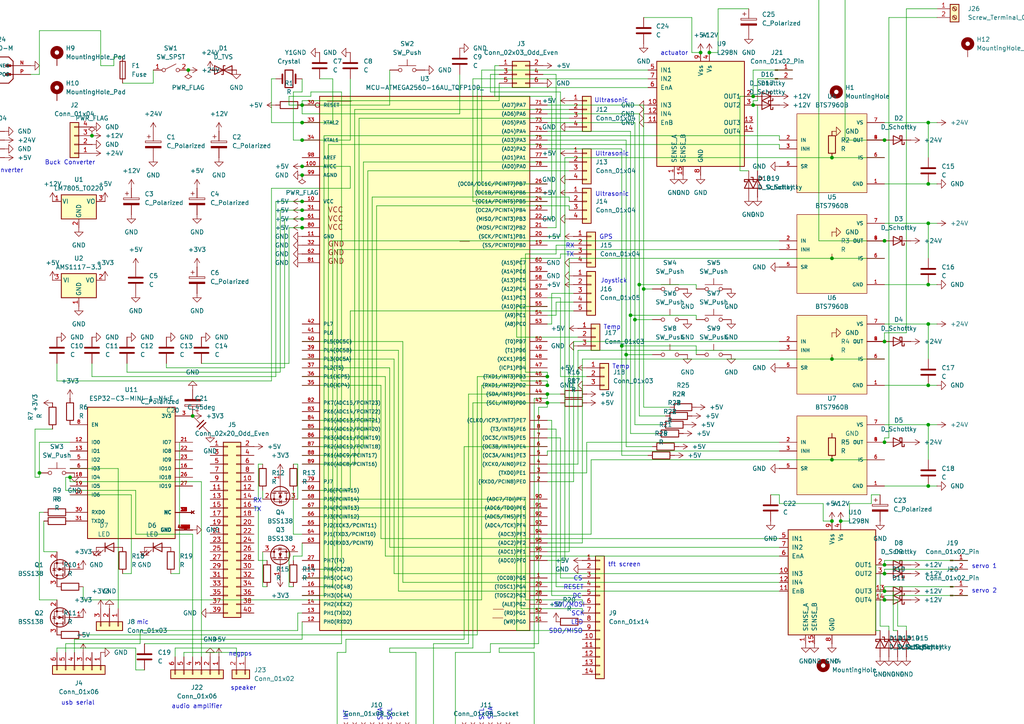
<source format=kicad_sch>
(kicad_sch (version 20250114) (generator "eeschema") (generator_version "9.0")
  (paper "A4")
  (text "SCL" (at 113.03 207.264 90) (effects (font (size 1.27 1.27))))
  (text "Buck Converter" (at 20.32 47.244 0) (effects (font (size 1.27 1.27))))
  (text "servo 2" (at 285.496 171.45 0) (effects (font (size 1.27 1.27))))
  (text "SCK" (at 167.64 178.054 0) (effects (font (size 1.27 1.27))))
  (text "speaker" (at 70.612 199.644 0) (effects (font (size 1.27 1.27))))
  (text "Temp" (at 180.086 106.426 0) (effects (font (size 1.27 1.27))))
  (text "SDO/MISO" (at 164.084 183.134 0) (effects (font (size 1.27 1.27))))
  (text "audio amplifier" (at 57.15 204.978 0) (effects (font (size 1.27 1.27))))
  (text "Ultrasonic" (at 177.546 44.704 0) (effects (font (size 1.27 1.27))))
  (text "LED" (at 167.386 180.594 0) (effects (font (size 1.27 1.27))))
  (text "mic" (at 41.402 180.594 0) (effects (font (size 1.27 1.27))))
  (text "TX" (at 165.354 73.914 0) (effects (font (size 1.27 1.27))))
  (text "TX" (at 74.676 147.828 0) (effects (font (size 1.27 1.27))))
  (text "SDI/MOSI" (at 165.1 175.514 0) (effects (font (size 1.27 1.27))))
  (text "SDA" (at 110.236 207.264 90) (effects (font (size 1.27 1.27))))
  (text "servo 1" (at 285.496 164.338 0) (effects (font (size 1.27 1.27))))
  (text "SDA" (at 142.24 207.01 90) (effects (font (size 1.27 1.27))))
  (text "INT" (at 100.33 207.518 90) (effects (font (size 1.27 1.27))))
  (text "RX" (at 74.676 145.288 0) (effects (font (size 1.27 1.27))))
  (text "usb serial" (at 22.606 203.962 0) (effects (font (size 1.27 1.27))))
  (text "GPS" (at 175.768 68.834 0) (effects (font (size 1.27 1.27))))
  (text "DC" (at 167.386 172.974 0) (effects (font (size 1.27 1.27))))
  (text "Buck Converter" (at -0.508 49.53 0) (effects (font (size 1.27 1.27))))
  (text "CS" (at 167.64 167.894 0) (effects (font (size 1.27 1.27))))
  (text "SCL" (at 139.7 207.264 90) (effects (font (size 1.27 1.27))))
  (text "Temp" (at 177.546 94.996 0) (effects (font (size 1.27 1.27))))
  (text "Joystick" (at 178.054 81.534 0) (effects (font (size 1.27 1.27))))
  (text "tft screen" (at 181.102 163.83 0) (effects (font (size 1.27 1.27))))
  (text "RESET" (at 166.37 170.434 0) (effects (font (size 1.27 1.27))))
  (text "RX" (at 165.354 71.374 0) (effects (font (size 1.27 1.27))))
  (text "MPU6050" (at 93.218 213.614 0) (effects (font (size 1.27 1.27))))
  (text "actuator" (at 195.58 15.494 0) (effects (font (size 1.27 1.27))))
  (text "neg" (at 68.072 189.738 0) (effects (font (size 1.27 1.27))))
  (text "Ultrasonic" (at 177.292 29.21 0) (effects (font (size 1.27 1.27))))
  (text "DS3231" (at 152.908 212.852 0) (effects (font (size 1.27 1.27))))
  (text "Ultrasonic" (at 177.546 56.388 0) (effects (font (size 1.27 1.27))))
  (text "pos" (at 71.374 189.738 0) (effects (font (size 1.27 1.27))))
  (junction (at 87.63 50.8))
  (junction (at 241.3 133.35))
  (junction (at 256.54 69.85))
  (junction (at 243.84 151.13))
  (junction (at 180.34 100.33))
  (junction (at 158.75 116.84))
  (junction (at 186.69 83.82))
  (junction (at 87.63 40.64))
  (junction (at 269.24 64.77))
  (junction (at 256.54 40.64))
  (junction (at 269.24 93.98))
  (junction (at 11.43 137.16))
  (junction (at 269.24 82.55))
  (junction (at 87.63 58.42))
  (junction (at 185.42 82.55))
  (junction (at 87.63 63.5))
  (junction (at 256.54 128.27))
  (junction (at 269.24 35.56))
  (junction (at 26.67 39.37))
  (junction (at 218.44 30.48))
  (junction (at 20.32 138.43))
  (junction (at 241.3 151.13))
  (junction (at 158.75 114.3))
  (junction (at 184.15 92.71))
  (junction (at 87.63 35.56))
  (junction (at 158.75 109.22))
  (junction (at 87.63 60.96))
  (junction (at 241.3 104.14))
  (junction (at 181.61 102.87))
  (junction (at 241.3 45.72))
  (junction (at 256.54 171.45))
  (junction (at 54.61 20.32))
  (junction (at 218.44 27.94))
  (junction (at 256.54 163.83))
  (junction (at 182.88 91.44))
  (junction (at 256.54 166.37))
  (junction (at 205.74 15.24))
  (junction (at 256.54 173.99))
  (junction (at 158.75 111.76))
  (junction (at 256.54 99.06))
  (junction (at 269.24 140.97))
  (junction (at 203.2 15.24))
  (junction (at 87.63 66.04))
  (junction (at 87.63 30.48))
  (junction (at 269.24 123.19))
  (junction (at 87.63 48.26))
  (junction (at 55.88 120.65))
  (junction (at 269.24 53.34))
  (junction (at 241.3 74.93))
  (junction (at 269.24 111.76))
  (wire (pts (xy 85.09 154.94) (xy 87.63 154.94)))
  (wire (pts (xy 139.7 173.99) (xy 139.7 111.76)))
  (wire (pts (xy 168.91 104.14) (xy 241.3 104.14)))
  (wire (pts (xy 139.7 53.34) (xy 158.75 53.34)))
  (wire (pts (xy 19.05 142.24) (xy 19.05 138.43)))
  (wire (pts (xy 262.89 96.52) (xy 256.54 96.52)))
  (wire (pts (xy 113.03 20.32) (xy 113.03 30.48)))
  (wire (pts (xy 255.27 181.61) (xy 255.27 166.37)))
  (wire (pts (xy 99.06 26.67) (xy 99.06 186.69)))
  (wire (pts (xy 29.21 19.05) (xy 29.21 8.89)))
  (wire (pts (xy 107.95 57.15) (xy 107.95 124.46)))
  (wire (pts (xy 226.06 146.05) (xy 238.76 146.05)))
  (wire (pts (xy 271.78 111.76) (xy 269.24 111.76)))
  (wire (pts (xy 269.24 93.98) (xy 269.24 104.14)))
  (wire (pts (xy 160.02 121.92) (xy 160.02 172.72)))
  (wire (pts (xy 74.93 134.62) (xy 76.2 134.62)))
  (wire (pts (xy 257.81 5.08) (xy 257.81 127)))
  (wire (pts (xy 226.06 40.64) (xy 226.06 39.37)))
  (wire (pts (xy 142.24 222.25) (xy 142.24 214.63)))
  (wire (pts (xy 158.75 118.11) (xy 158.75 116.84)))
  (wire (pts (xy 158.75 115.57) (xy 158.75 114.3)))
  (wire (pts (xy 166.37 71.12) (xy 161.29 71.12)))
  (wire (pts (xy 166.37 90.17) (xy 101.6 90.17)))
  (wire (pts (xy 97.79 189.23) (xy 100.33 189.23)))
  (wire (pts (xy 182.88 38.1) (xy 182.88 91.44)))
  (wire (pts (xy 105.41 46.99) (xy 105.41 129.54)))
  (wire (pts (xy 96.52 22.86) (xy 96.52 35.56)))
  (wire (pts (xy 137.16 116.84) (xy 137.16 187.96)))
  (wire (pts (xy 157.48 21.59) (xy 161.29 21.59)))
  (wire (pts (xy 101.6 142.24) (xy 87.63 142.24)))
  (wire (pts (xy 97.79 214.63) (xy 97.79 189.23)))
  (wire (pts (xy 87.63 149.86) (xy 149.86 149.86)))
  (wire (pts (xy 158.75 124.46) (xy 161.29 124.46)))
  (wire (pts (xy 171.45 133.35) (xy 241.3 133.35)))
  (wire (pts (xy 255.27 166.37) (xy 256.54 166.37)))
  (wire (pts (xy 269.24 35.56) (xy 256.54 35.56)))
  (wire (pts (xy 100.33 185.42) (xy 100.33 189.23)))
  (wire (pts (xy 256.54 162.56) (xy 256.54 163.83)))
  (wire (pts (xy 241.3 45.72) (xy 256.54 45.72)))
  (wire (pts (xy 115.57 101.6) (xy 115.57 171.45)))
  (wire (pts (xy 137.16 22.86) (xy 137.16 58.42)))
  (wire (pts (xy 165.1 59.69) (xy 109.22 59.69)))
  (wire (pts (xy 180.34 43.18) (xy 180.34 100.33)))
  (wire (pts (xy 15.24 124.46) (xy 10.16 124.46)))
  (wire (pts (xy 114.3 104.14) (xy 114.3 166.37)))
  (wire (pts (xy 11.43 173.99) (xy 16.51 173.99)))
  (wire (pts (xy 262.89 2.54) (xy 271.78 2.54)))
  (wire (pts (xy 158.75 154.94) (xy 171.45 154.94)))
  (wire (pts (xy 168.91 157.48) (xy 158.75 157.48)))
  (wire (pts (xy 165.1 74.93) (xy 165.1 160.02)))
  (wire (pts (xy 35.56 24.13) (xy 44.45 24.13)))
  (wire (pts (xy 85.09 161.29) (xy 87.63 161.29)))
  (wire (pts (xy 165.1 46.99) (xy 105.41 46.99)))
  (wire (pts (xy 35.56 166.37) (xy 38.1 166.37)))
  (wire (pts (xy 135.89 186.69) (xy 125.73 186.69)))
  (wire (pts (xy 116.84 99.06) (xy 87.63 99.06)))
  (wire (pts (xy 82.55 63.5) (xy 87.63 63.5)))
  (wire (pts (xy 158.75 127) (xy 162.56 127)))
  (wire (pts (xy 165.1 31.75) (xy 102.87 31.75)))
  (wire (pts (xy 165.1 49.53) (xy 106.68 49.53)))
  (wire (pts (xy 144.78 187.96) (xy 154.94 187.96)))
  (wire (pts (xy 226.06 171.45) (xy 115.57 171.45)))
  (wire (pts (xy 111.76 109.22) (xy 111.76 161.29)))
  (wire (pts (xy 237.49 69.85) (xy 256.54 69.85)))
  (wire (pts (xy 185.42 33.02) (xy 185.42 82.55)))
  (wire (pts (xy 165.1 34.29) (xy 104.14 34.29)))
  (wire (pts (xy 82.55 106.68) (xy 82.55 63.5)))
  (wire (pts (xy 256.54 127) (xy 256.54 128.27)))
  (wire (pts (xy 170.18 109.22) (xy 162.56 109.22)))
  (wire (pts (xy 229.87 22.86) (xy 219.71 22.86)))
  (wire (pts (xy 162.56 74.93) (xy 151.13 74.93)))
  (wire (pts (xy 181.61 102.87) (xy 189.23 102.87)))
  (wire (pts (xy 139.7 20.32) (xy 139.7 53.34)))
  (wire (pts (xy 158.75 116.84) (xy 162.56 116.84)))
  (wire (pts (xy 241.3 133.35) (xy 256.54 133.35)))
  (wire (pts (xy 87.63 35.56) (xy 96.52 35.56)))
  (wire (pts (xy 38.1 166.37) (xy 38.1 143.51)))
  (wire (pts (xy 90.17 26.67) (xy 90.17 27.94)))
  (wire (pts (xy 19.05 186.69) (xy 40.64 186.69)))
  (wire (pts (xy 271.78 53.34) (xy 269.24 53.34)))
  (wire (pts (xy 161.29 73.66) (xy 152.4 73.66)))
  (wire (pts (xy 113.03 189.23) (xy 120.65 189.23)))
  (wire (pts (xy 102.87 31.75) (xy 102.87 134.62)))
  (wire (pts (xy 107.95 57.15) (xy 165.1 57.15)))
  (wire (pts (xy 10.16 138.43) (xy 11.43 138.43)))
  (wire (pts (xy 162.56 86.36) (xy 158.75 86.36)))
  (wire (pts (xy 125.73 186.69) (xy 125.73 224.79)))
  (wire (pts (xy 40.64 182.88) (xy 86.36 182.88)))
  (wire (pts (xy 226.06 156.21) (xy 110.49 156.21)))
  (wire (pts (xy 257.81 182.88) (xy 257.81 181.61)))
  (wire (pts (xy 86.36 144.78) (xy 86.36 134.62)))
  (wire (pts (xy 29.21 8.89) (xy 11.43 8.89)))
  (wire (pts (xy 96.52 170.18) (xy 87.63 170.18)))
  (wire (pts (xy 256.54 170.18) (xy 256.54 171.45)))
  (wire (pts (xy 269.24 111.76) (xy 256.54 111.76)))
  (wire (pts (xy 113.03 106.68) (xy 87.63 106.68)))
  (wire (pts (xy 185.42 82.55) (xy 201.93 82.55)))
  (wire (pts (xy 139.7 111.76) (xy 158.75 111.76)))
  (wire (pts (xy 214.63 27.94) (xy 218.44 27.94)))
  (wire (pts (xy 33.02 16.51) (xy 35.56 16.51)))
  (wire (pts (xy 186.69 83.82) (xy 189.23 83.82)))
  (wire (pts (xy 120.65 189.23) (xy 120.65 222.25)))
  (wire (pts (xy 113.03 187.96) (xy 113.03 189.23)))
  (wire (pts (xy 256.54 172.72) (xy 256.54 173.99)))
  (wire (pts (xy 158.75 35.56) (xy 184.15 35.56)))
  (wire (pts (xy 87.63 40.64) (xy 101.6 40.64)))
  (wire (pts (xy 52.07 128.27) (xy 52.07 166.37)))
  (wire (pts (xy 83.82 66.04) (xy 87.63 66.04)))
  (wire (pts (xy 113.03 214.63) (xy 113.03 222.25)))
  (wire (pts (xy 101.6 48.26) (xy 87.63 48.26)))
  (wire (pts (xy 68.58 187.96) (xy 68.58 190.5)))
  (wire (pts (xy 260.35 173.99) (xy 256.54 173.99)))
  (wire (pts (xy 180.34 100.33) (xy 201.93 100.33)))
  (wire (pts (xy 93.98 39.37) (xy 93.98 172.72)))
  (wire (pts (xy 217.17 49.53) (xy 214.63 49.53)))
  (wire (pts (xy 39.37 194.31) (xy 41.91 194.31)))
  (wire (pts (xy 85.09 162.56) (xy 85.09 161.29)))
  (wire (pts (xy 125.73 224.79) (xy 110.49 224.79)))
  (wire (pts (xy 86.36 182.88) (xy 86.36 177.8)))
  (wire (pts (xy 76.2 170.18) (xy 76.2 160.02)))
  (wire (pts (xy 184.15 35.56) (xy 184.15 92.71)))
  (wire (pts (xy 109.22 121.92) (xy 87.63 121.92)))
  (wire (pts (xy 34.29 176.53) (xy 34.29 135.89)))
  (wire (pts (xy 142.24 186.69) (xy 156.21 186.69)))
  (wire (pts (xy 171.45 133.35) (xy 171.45 154.94)))
  (wire (pts (xy 20.32 139.7) (xy 20.32 138.43)))
  (wire (pts (xy 97.79 72.39) (xy 97.79 165.1)))
  (wire (pts (xy 152.4 144.78) (xy 152.4 173.99)))
  (wire (pts (xy 165.1 60.96) (xy 165.1 59.69)))
  (wire (pts (xy 238.76 146.05) (xy 238.76 151.13)))
  (wire (pts (xy 160.02 27.94) (xy 143.51 27.94)))
  (wire (pts (xy 200.66 5.08) (xy 200.66 15.24)))
  (wire (pts (xy 168.91 104.14) (xy 168.91 157.48)))
  (wire (pts (xy 158.75 63.5) (xy 160.02 63.5)))
  (wire (pts (xy 111.76 109.22) (xy 87.63 109.22)))
  (wire (pts (xy 181.61 102.87) (xy 181.61 129.54)))
  (wire (pts (xy 167.64 134.62) (xy 158.75 134.62)))
  (wire (pts (xy 106.68 127) (xy 87.63 127)))
  (wire (pts (xy 116.84 99.06) (xy 116.84 168.91)))
  (wire (pts (xy 154.94 115.57) (xy 158.75 115.57)))
  (wire (pts (xy 271.78 140.97) (xy 269.24 140.97)))
  (wire (pts (xy 80.01 109.22) (xy 80.01 58.42)))
  (wire (pts (xy 55.88 154.94) (xy 39.37 154.94)))
  (wire (pts (xy 208.28 2.54) (xy 208.28 15.24)))
  (wire (pts (xy 271.78 35.56) (xy 269.24 35.56)))
  (wire (pts (xy 254 163.83) (xy 256.54 163.83)))
  (wire (pts (xy 87.63 172.72) (xy 93.98 172.72)))
  (wire (pts (xy 138.43 25.4) (xy 138.43 55.88)))
  (wire (pts (xy 252.73 143.51) (xy 255.27 143.51)))
  (wire (pts (xy 11.43 128.27) (xy 11.43 137.16)))
  (wire (pts (xy 142.24 186.69) (xy 142.24 189.23)))
  (wire (pts (xy 16.51 110.49) (xy 78.74 110.49)))
  (wire (pts (xy 138.43 109.22) (xy 158.75 109.22)))
  (wire (pts (xy 162.56 127) (xy 162.56 167.64)))
  (wire (pts (xy 158.75 68.58) (xy 162.56 68.58)))
  (wire (pts (xy 110.49 111.76) (xy 110.49 156.21)))
  (wire (pts (xy 160.02 85.09) (xy 160.02 93.98)))
  (wire (pts (xy 165.1 58.42) (xy 165.1 57.15)))
  (wire (pts (xy 256.54 96.52) (xy 256.54 99.06)))
  (wire (pts (xy 161.29 170.18) (xy 168.91 170.18)))
  (wire (pts (xy 184.15 123.19) (xy 184.15 92.71)))
  (wire (pts (xy 160.02 93.98) (xy 158.75 93.98)))
  (wire (pts (xy 170.18 128.27) (xy 170.18 137.16)))
  (wire (pts (xy 44.45 24.13) (xy 44.45 20.32)))
  (wire (pts (xy 161.29 124.46) (xy 161.29 170.18)))
  (wire (pts (xy 152.4 107.95) (xy 158.75 107.95)))
  (wire (pts (xy 269.24 93.98) (xy 256.54 93.98)))
  (wire (pts (xy 182.88 125.73) (xy 182.88 91.44)))
  (wire (pts (xy 168.91 182.88) (xy 149.86 182.88)))
  (wire (pts (xy 132.08 217.17) (xy 139.7 217.17)))
  (wire (pts (xy 161.29 66.04) (xy 161.29 21.59)))
  (wire (pts (xy 115.57 101.6) (xy 87.63 101.6)))
  (wire (pts (xy 262.89 181.61) (xy 260.35 181.61)))
  (wire (pts (xy 161.29 91.44) (xy 158.75 91.44)))
  (wire (pts (xy 186.69 5.08) (xy 200.66 5.08)))
  (wire (pts (xy 152.4 73.66) (xy 152.4 107.95)))
  (wire (pts (xy 161.29 87.63) (xy 161.29 91.44)))
  (wire (pts (xy 120.65 222.25) (xy 113.03 222.25)))
  (wire (pts (xy 166.37 85.09) (xy 160.02 85.09)))
  (wire (pts (xy 90.17 27.94) (xy 83.82 27.94)))
  (wire (pts (xy 158.75 110.49) (xy 158.75 111.76)))
  (wire (pts (xy 144.78 189.23) (xy 154.94 189.23)))
  (wire (pts (xy 12.7 160.02) (xy 16.51 160.02)))
  (wire (pts (xy 87.63 147.32) (xy 151.13 147.32)))
  (wire (pts (xy 158.75 116.84) (xy 137.16 116.84)))
  (wire (pts (xy 33.02 19.05) (xy 33.02 16.51)))
  (wire (pts (xy 226.06 43.18) (xy 226.06 41.91)))
  (wire (pts (xy 135.89 114.3) (xy 135.89 186.69)))
  (wire (pts (xy 166.37 73.66) (xy 162.56 73.66)))
  (wire (pts (xy 158.75 114.3) (xy 162.56 114.3)))
  (wire (pts (xy 81.28 107.95) (xy 81.28 60.96)))
  (wire (pts (xy 85.09 142.24) (xy 85.09 154.94)))
  (wire (pts (xy 280.67 170.18) (xy 256.54 170.18)))
  (wire (pts (xy 160.02 172.72) (xy 168.91 172.72)))
  (wire (pts (xy 133.35 33.02) (xy 87.63 33.02)))
  (wire (pts (xy 158.75 30.48) (xy 186.69 30.48)))
  (wire (pts (xy 87.63 185.42) (xy 87.63 180.34)))
  (wire (pts (xy 271.78 64.77) (xy 269.24 64.77)))
  (wire (pts (xy 58.42 190.5) (xy 58.42 139.7)))
  (wire (pts (xy 137.16 187.96) (xy 113.03 187.96)))
  (wire (pts (xy 92.71 22.86) (xy 96.52 22.86)))
  (wire (pts (xy 154.94 222.25) (xy 142.24 222.25)))
  (wire (pts (xy 158.75 107.95) (xy 158.75 109.22)))
  (wire (pts (xy 87.63 30.48) (xy 113.03 30.48)))
  (wire (pts (xy 158.75 38.1) (xy 182.88 38.1)))
  (wire (pts (xy 158.75 130.81) (xy 158.75 132.08)))
  (wire (pts (xy 36.83 105.41) (xy 36.83 107.95)))
  (wire (pts (xy 76.2 142.24) (xy 76.2 144.78)))
  (wire (pts (xy 86.36 177.8) (xy 87.63 177.8)))
  (wire (pts (xy 33.02 19.05) (xy 29.21 19.05)))
  (wire (pts (xy 219.71 22.86) (xy 219.71 29.21)))
  (wire (pts (xy 187.96 22.86) (xy 137.16 22.86)))
  (wire (pts (xy 11.43 21.59) (xy 8.89 21.59)))
  (wire (pts (xy 11.43 8.89) (xy 11.43 21.59)))
  (wire (pts (xy 87.63 26.67) (xy 87.63 22.86)))
  (wire (pts (xy 245.11 -8.89) (xy 245.11 40.64)))
  (wire (pts (xy 162.56 68.58) (xy 162.56 26.67)))
  (wire (pts (xy 16.51 187.96) (xy 16.51 189.23)))
  (wire (pts (xy 78.74 110.49) (xy 78.74 54.61)))
  (wire (pts (xy 226.06 99.06) (xy 166.37 99.06)))
  (wire (pts (xy 16.51 187.96) (xy 39.37 187.96)))
  (wire (pts (xy 201.93 100.33) (xy 201.93 102.87)))
  (wire (pts (xy 180.34 132.08) (xy 187.96 132.08)))
  (wire (pts (xy 229.87 20.32) (xy 218.44 20.32)))
  (wire (pts (xy 19.05 138.43) (xy 20.32 138.43)))
  (wire (pts (xy 269.24 140.97) (xy 256.54 140.97)))
  (wire (pts (xy 104.14 34.29) (xy 104.14 132.08)))
  (wire (pts (xy 96.52 69.85) (xy 96.52 170.18)))
  (wire (pts (xy 11.43 138.43) (xy 11.43 137.16)))
  (wire (pts (xy 186.69 30.48) (xy 186.69 83.82)))
  (wire (pts (xy 241.3 104.14) (xy 256.54 104.14)))
  (wire (pts (xy 226.06 39.37) (xy 93.98 39.37)))
  (wire (pts (xy 149.86 182.88) (xy 149.86 149.86)))
  (wire (pts (xy 218.44 29.21) (xy 218.44 30.48)))
  (wire (pts (xy 87.63 157.48) (xy 87.63 161.29)))
  (wire (pts (xy 269.24 35.56) (xy 269.24 45.72)))
  (wire (pts (xy 165.1 160.02) (xy 158.75 160.02)))
  (wire (pts (xy 12.7 151.13) (xy 12.7 160.02)))
  (wire (pts (xy 85.09 26.67) (xy 87.63 26.67)))
  (wire (pts (xy 218.44 20.32) (xy 218.44 27.94)))
  (wire (pts (xy 151.13 110.49) (xy 158.75 110.49)))
  (wire (pts (xy 133.35 21.59) (xy 133.35 33.02)))
  (wire (pts (xy 158.75 66.04) (xy 161.29 66.04)))
  (wire (pts (xy 245.11 40.64) (xy 256.54 40.64)))
  (wire (pts (xy 48.26 105.41) (xy 48.26 106.68)))
  (wire (pts (xy 113.03 158.75) (xy 226.06 158.75)))
  (wire (pts (xy 280.67 172.72) (xy 256.54 172.72)))
  (wire (pts (xy 238.76 151.13) (xy 241.3 151.13)))
  (wire (pts (xy 241.3 74.93) (xy 256.54 74.93)))
  (wire (pts (xy 110.49 214.63) (xy 110.49 224.79)))
  (wire (pts (xy 114.3 104.14) (xy 87.63 104.14)))
  (wire (pts (xy 81.28 60.96) (xy 87.63 60.96)))
  (wire (pts (xy 21.59 185.42) (xy 21.59 189.23)))
  (wire (pts (xy 154.94 189.23) (xy 154.94 222.25)))
  (wire (pts (xy 11.43 148.59) (xy 11.43 173.99)))
  (wire (pts (xy 149.86 97.79) (xy 149.86 88.9)))
  (wire (pts (xy 208.28 15.24) (xy 205.74 15.24)))
  (wire (pts (xy 280.67 165.1) (xy 256.54 165.1)))
  (wire (pts (xy 71.12 189.23) (xy 71.12 190.5)))
  (wire (pts (xy 143.51 27.94) (xy 143.51 19.05)))
  (wire (pts (xy 254 182.88) (xy 254 163.83)))
  (wire (pts (xy 162.56 73.66) (xy 162.56 74.93)))
  (wire (pts (xy 269.24 123.19) (xy 256.54 123.19)))
  (wire (pts (xy 142.24 21.59) (xy 144.78 21.59)))
  (wire (pts (xy 181.61 129.54) (xy 189.23 129.54)))
  (wire (pts (xy 163.83 162.56) (xy 158.75 162.56)))
  (wire (pts (xy 151.13 74.93) (xy 151.13 110.49)))
  (wire (pts (xy 34.29 135.89) (xy 20.32 135.89)))
  (wire (pts (xy 184.15 92.71) (xy 189.23 92.71)))
  (wire (pts (xy 158.75 121.92) (xy 160.02 121.92)))
  (wire (pts (xy 38.1 143.51) (xy 20.32 143.51)))
  (wire (pts (xy 158.75 40.64) (xy 181.61 40.64)))
  (wire (pts (xy 166.37 139.7) (xy 158.75 139.7)))
  (wire (pts (xy 50.8 190.5) (xy 50.8 187.96)))
  (wire (pts (xy 262.89 2.54) (xy 262.89 96.52)))
  (wire (pts (xy 271.78 123.19) (xy 269.24 123.19)))
  (wire (pts (xy 158.75 114.3) (xy 135.89 114.3)))
  (wire (pts (xy 163.83 45.72) (xy 163.83 162.56)))
  (wire (pts (xy 223.52 143.51) (xy 226.06 143.51)))
  (wire (pts (xy 181.61 40.64) (xy 181.61 102.87)))
  (wire (pts (xy 142.24 189.23) (xy 132.08 189.23)))
  (wire (pts (xy 80.01 58.42) (xy 87.63 58.42)))
  (wire (pts (xy 74.93 144.78) (xy 74.93 134.62)))
  (wire (pts (xy 182.88 125.73) (xy 190.5 125.73)))
  (wire (pts (xy 260.35 181.61) (xy 260.35 173.99)))
  (wire (pts (xy 74.93 147.32) (xy 73.66 147.32)))
  (wire (pts (xy 78.74 35.56) (xy 87.63 35.56)))
  (wire (pts (xy 158.75 130.81) (xy 226.06 130.81)))
  (wire (pts (xy 78.74 22.86) (xy 80.01 22.86)))
  (wire (pts (xy 218.44 30.48) (xy 219.71 30.48)))
  (wire (pts (xy 271.78 93.98) (xy 269.24 93.98)))
  (wire (pts (xy 158.75 33.02) (xy 185.42 33.02)))
  (wire (pts (xy 107.95 124.46) (xy 87.63 124.46)))
  (wire (pts (xy 254 182.88) (xy 255.27 182.88)))
  (wire (pts (xy 180.34 132.08) (xy 180.34 100.33)))
  (wire (pts (xy 78.74 35.56) (xy 78.74 22.86)))
  (wire (pts (xy 52.07 128.27) (xy 55.88 128.27)))
  (wire (pts (xy 87.63 29.21) (xy 144.78 29.21)))
  (wire (pts (xy 226.06 146.05) (xy 226.06 143.51)))
  (wire (pts (xy 10.16 124.46) (xy 10.16 138.43)))
  (wire (pts (xy 24.13 173.99) (xy 139.7 173.99)))
  (wire (pts (xy 83.82 27.94) (xy 83.82 30.48)))
  (wire (pts (xy 50.8 187.96) (xy 68.58 187.96)))
  (wire (pts (xy 138.43 184.15) (xy 138.43 109.22)))
  (wire (pts (xy 168.91 173.99) (xy 168.91 175.26)))
  (wire (pts (xy 219.71 30.48) (xy 219.71 49.53)))
  (wire (pts (xy 87.63 134.62) (xy 102.87 134.62)))
  (wire (pts (xy 167.64 97.79) (xy 149.86 97.79)))
  (wire (pts (xy 184.15 123.19) (xy 191.77 123.19)))
  (wire (pts (xy 83.82 170.18) (xy 83.82 160.02)))
  (wire (pts (xy 87.63 30.48) (xy 87.63 29.21)))
  (wire (pts (xy 101.6 90.17) (xy 101.6 142.24)))
  (wire (pts (xy 53.34 189.23) (xy 71.12 189.23)))
  (wire (pts (xy 58.42 139.7) (xy 20.32 139.7)))
  (wire (pts (xy 73.66 144.78) (xy 74.93 144.78)))
  (wire (pts (xy 134.62 185.42) (xy 100.33 185.42)))
  (wire (pts (xy 269.24 53.34) (xy 256.54 53.34)))
  (wire (pts (xy 162.56 167.64) (xy 168.91 167.64)))
  (wire (pts (xy 246.38 146.05) (xy 246.38 151.13)))
  (wire (pts (xy 201.93 82.55) (xy 201.93 83.82)))
  (wire (pts (xy 226.06 41.91) (xy 95.25 41.91)))
  (wire (pts (xy 156.21 186.69) (xy 156.21 118.11)))
  (wire (pts (xy 101.6 22.86) (xy 101.6 40.64)))
  (wire (pts (xy 48.26 106.68) (xy 82.55 106.68)))
  (wire (pts (xy 237.49 -6.35) (xy 237.49 69.85)))
  (wire (pts (xy 226.06 168.91) (xy 116.84 168.91)))
  (wire (pts (xy 83.82 105.41) (xy 83.82 66.04)))
  (wire (pts (xy 95.25 41.91) (xy 95.25 167.64)))
  (wire (pts (xy 106.68 49.53) (xy 106.68 127)))
  (wire (pts (xy 219.71 29.21) (xy 218.44 29.21)))
  (wire (pts (xy 151.13 147.32) (xy 151.13 176.53)))
  (wire (pts (xy 142.24 26.67) (xy 142.24 21.59)))
  (wire (pts (xy 39.37 142.24) (xy 19.05 142.24)))
  (wire (pts (xy 269.24 123.19) (xy 269.24 133.35)))
  (wire (pts (xy 85.09 170.18) (xy 83.82 170.18)))
  (wire (pts (xy 24.13 170.18) (xy 24.13 173.99)))
  (wire (pts (xy 271.78 82.55) (xy 269.24 82.55)))
  (wire (pts (xy 134.62 129.54) (xy 134.62 185.42)))
  (wire (pts (xy 77.47 170.18) (xy 76.2 170.18)))
  (wire (pts (xy 226.06 161.29) (xy 111.76 161.29)))
  (wire (pts (xy 16.51 105.41) (xy 16.51 110.49)))
  (wire (pts (xy 19.05 189.23) (xy 19.05 186.69)))
  (wire (pts (xy 185.42 120.65) (xy 185.42 82.55)))
  (wire (pts (xy 226.06 72.39) (xy 97.79 72.39)))
  (wire (pts (xy 257.81 5.08) (xy 271.78 5.08)))
  (wire (pts (xy 154.94 187.96) (xy 154.94 115.57)))
  (wire (pts (xy 26.67 109.22) (xy 80.01 109.22)))
  (wire (pts (xy 144.78 189.23) (xy 144.78 187.96)))
  (wire (pts (xy 137.16 58.42) (xy 158.75 58.42)))
  (wire (pts (xy 39.37 154.94) (xy 39.37 142.24)))
  (wire (pts (xy 83.82 30.48) (xy 87.63 30.48)))
  (wire (pts (xy 160.02 63.5) (xy 160.02 27.94)))
  (wire (pts (xy 280.67 162.56) (xy 256.54 162.56)))
  (wire (pts (xy 165.1 74.93) (xy 241.3 74.93)))
  (wire (pts (xy 21.59 185.42) (xy 87.63 185.42)))
  (wire (pts (xy 262.89 182.88) (xy 262.89 181.61)))
  (wire (pts (xy 132.08 189.23) (xy 132.08 217.17)))
  (wire (pts (xy 269.24 64.77) (xy 269.24 74.93)))
  (wire (pts (xy 99.06 26.67) (xy 90.17 26.67)))
  (wire (pts (xy 138.43 55.88) (xy 158.75 55.88)))
  (wire (pts (xy 170.18 128.27) (xy 226.06 128.27)))
  (wire (pts (xy 36.83 107.95) (xy 81.28 107.95)))
  (wire (pts (xy 11.43 128.27) (xy 20.32 128.27)))
  (wire (pts (xy 252.73 146.05) (xy 246.38 146.05)))
  (wire (pts (xy 39.37 187.96) (xy 39.37 194.31)))
  (wire (pts (xy 185.42 120.65) (xy 193.04 120.65)))
  (wire (pts (xy 246.38 151.13) (xy 243.84 151.13)))
  (wire (pts (xy 187.96 20.32) (xy 139.7 20.32)))
  (wire (pts (xy 95.25 167.64) (xy 87.63 167.64)))
  (wire (pts (xy 156.21 118.11) (xy 158.75 118.11)))
  (wire (pts (xy 97.79 165.1) (xy 87.63 165.1)))
  (wire (pts (xy 269.24 64.77) (xy 256.54 64.77)))
  (wire (pts (xy 85.09 40.64) (xy 85.09 26.67)))
  (wire (pts (xy 139.7 217.17) (xy 139.7 214.63)))
  (wire (pts (xy 77.47 162.56) (xy 74.93 162.56)))
  (wire (pts (xy 12.7 148.59) (xy 11.43 148.59)))
  (wire (pts (xy 162.56 109.22) (xy 162.56 86.36)))
  (wire (pts (xy 182.88 91.44) (xy 201.93 91.44)))
  (wire (pts (xy 87.63 30.48) (xy 87.63 33.02)))
  (wire (pts (xy 152.4 144.78) (xy 87.63 144.78)))
  (wire (pts (xy 53.34 190.5) (xy 53.34 189.23)))
  (wire (pts (xy 217.17 2.54) (xy 208.28 2.54)))
  (wire (pts (xy 161.29 71.12) (xy 161.29 73.66)))
  (wire (pts (xy 149.86 88.9) (xy 158.75 88.9)))
  (wire (pts (xy 101.6 54.61) (xy 101.6 48.26)))
  (wire (pts (xy 245.11 -8.89) (xy 251.46 -8.89)))
  (wire (pts (xy 259.08 182.88) (xy 259.08 171.45)))
  (wire (pts (xy 100.33 214.63) (xy 97.79 214.63)))
  (wire (pts (xy 256.54 165.1) (xy 256.54 166.37)))
  (wire (pts (xy 200.66 15.24) (xy 203.2 15.24)))
  (wire (pts (xy 78.74 54.61) (xy 101.6 54.61)))
  (wire (pts (xy 83.82 160.02) (xy 86.36 160.02)))
  (wire (pts (xy 58.42 105.41) (xy 83.82 105.41)))
  (wire (pts (xy 168.91 176.53) (xy 168.91 177.8)))
  (wire (pts (xy 187.96 25.4) (xy 138.43 25.4)))
  (wire (pts (xy 85.09 134.62) (xy 86.36 134.62)))
  (wire (pts (xy 166.37 87.63) (xy 161.29 87.63)))
  (wire (pts (xy 158.75 129.54) (xy 134.62 129.54)))
  (wire (pts (xy 144.78 29.21) (xy 144.78 24.13)))
  (wire (pts (xy 257.81 127) (xy 256.54 127)))
  (wire (pts (xy 49.53 166.37) (xy 52.07 166.37)))
  (wire (pts (xy 214.63 49.53) (xy 214.63 27.94)))
  (wire (pts (xy 170.18 137.16) (xy 158.75 137.16)))
  (wire (pts (xy 110.49 111.76) (xy 87.63 111.76)))
  (wire (pts (xy 186.69 118.11) (xy 186.69 83.82)))
  (wire (pts (xy 166.37 99.06) (xy 166.37 139.7)))
  (wire (pts (xy 55.88 190.5) (xy 55.88 154.94)))
  (wire (pts (xy 226.06 101.6) (xy 167.64 101.6)))
  (wire (pts (xy 269.24 82.55) (xy 256.54 82.55)))
  (wire (pts (xy 96.52 69.85) (xy 226.06 69.85)))
  (wire (pts (xy 87.63 40.64) (xy 85.09 40.64)))
  (wire (pts (xy 24.13 184.15) (xy 138.43 184.15)))
  (wire (pts (xy 201.93 91.44) (xy 201.93 92.71)))
  (wire (pts (xy 109.22 59.69) (xy 109.22 121.92)))
  (wire (pts (xy 105.41 129.54) (xy 87.63 129.54)))
  (wire (pts (xy 74.93 162.56) (xy 74.93 147.32)))
  (wire (pts (xy 167.64 101.6) (xy 167.64 134.62)))
  (wire (pts (xy 151.13 176.53) (xy 168.91 176.53)))
  (wire (pts (xy 162.56 26.67) (xy 142.24 26.67)))
  (wire (pts (xy 104.14 132.08) (xy 87.63 132.08)))
  (wire (pts (xy 252.73 146.05) (xy 252.73 143.51)))
  (wire (pts (xy 41.91 186.69) (xy 99.06 186.69)))
  (wire (pts (xy 237.49 -6.35) (xy 251.46 -6.35)))
  (wire (pts (xy 186.69 118.11) (xy 194.31 118.11)))
  (wire (pts (xy 259.08 171.45) (xy 256.54 171.45)))
  (wire (pts (xy 40.64 186.69) (xy 40.64 182.88)))
  (wire (pts (xy 113.03 158.75) (xy 113.03 106.68)))
  (wire (pts (xy 158.75 43.18) (xy 180.34 43.18)))
  (wire (pts (xy 260.35 182.88) (xy 259.08 182.88)))
  (wire (pts (xy 226.06 166.37) (xy 114.3 166.37)))
  (wire (pts (xy 257.81 181.61) (xy 255.27 181.61)))
  (wire (pts (xy 26.67 105.41) (xy 26.67 109.22)))
  (wire (pts (xy 143.51 19.05) (xy 144.78 19.05)))
  (wire (pts (xy 152.4 173.99) (xy 168.91 173.99)))
  (wire (pts (xy 163.83 45.72) (xy 241.3 45.72)))
  (symbol (lib_id "Connector_Generic:Conn_02x20_Odd_Even") (at 66.04 152.4 0) (unit 1)
    (property "Reference" "J5" (at 67.31 123.19 0))
    (property "Value" "Conn_02x20_Odd_Even" (at 67.31 125.73 0))
    (property "Footprint" "Connector_Harwin:Harwin_M20-7812045_2x20_P2.54mm_Vertical" (effects (hide yes)))
    (property "Description" "Generic connector, double row, 02x20, odd/even pin numbering scheme (row 1 odd numbers, row 2 even numbers), script generated (kicad-library-utils/schlib/autogen/connector/)" (effects (hide yes)))
  )
  (symbol (lib_id "power:GND") (at 257.81 190.5 0) (unit 1)
    (property "Reference" "#PWR0125" (effects (hide yes)))
    (property "Value" "GND" (at 257.81 195.58 0))
    (property "Description" "Power symbol creates a global label with name \"GND\" , ground" (effects (hide yes)))
  )
  (symbol (lib_id "power:+5V") (at 87.63 63.5 90) (unit 1)
    (property "Reference" "#PWR029" (effects (hide yes)))
    (property "Value" "+5V" (at 83.82 63.4999 90) (effects (justify left)))
    (property "Description" "Power symbol creates a global label with name \"+5V\"" (effects (hide yes)))
  )
  (symbol (lib_id "Device:C_Polarized") (at 44.45 41.91 0) (unit 1)
    (property "Reference" "C1" (at 48.26 39.7509 0) (effects (justify left)))
    (property "Value" "C_Polarized" (at 48.26 42.2909 0) (effects (justify left)))
    (property "Footprint" "Capacitor_THT:CP_Radial_D5.0mm_P2.50mm" (effects (hide yes)))
    (property "Description" "Polarized capacitor" (effects (hide yes)))
  )
  (symbol (lib_id "Mechanical:MountingHole_Pad") (at -8.89 228.6 0) (unit 1) (in_bom no)
    (property "Reference" "H8" (at -6.35 226.0599 0) (effects (justify left)))
    (property "Value" "MountingHole_Pad" (at -6.35 228.5999 0) (effects (justify left)))
    (property "Footprint" "MountingHole:MountingHole_3.2mm_M3_Pad" (effects (hide yes)))
    (property "Description" "Mounting Hole with connection" (effects (hide yes)))
  )
  (symbol (lib_id "Device:LED") (at 45.72 158.75 0) (unit 1)
    (property "Reference" "D6" (at 44.1325 152.4 0))
    (property "Value" "LED" (at 44.1325 154.94 0))
    (property "Footprint" "LED_THT:LED_D5.0mm" (effects (hide yes)))
    (property "Description" "Light emitting diode" (effects (hide yes)))
    (property "Sim.Pins" "1=K 2=A" (effects (hide yes)))
  )
  (symbol (lib_id "Device:D_Schottky") (at 255.27 186.69 270) (unit 1)
    (property "Reference" "D12" (at 257.81 185.1024 90) (effects (justify left)))
    (property "Value" "D_Schottky" (at 257.81 187.6424 90) (effects (justify left)))
    (property "Footprint" "Diode_SMD:D_SMA" (effects (hide yes)))
    (property "Description" "Schottky diode" (effects (hide yes)))
  )
  (symbol (lib_id "power:GND") (at 102.87 214.63 0) (unit 1)
    (property "Reference" "#PWR0160" (effects (hide yes)))
    (property "Value" "GND" (at 102.87 219.71 0))
    (property "Description" "Power symbol creates a global label with name \"GND\" , ground" (effects (hide yes)))
  )
  (symbol (lib_id "Connector:Conn_01x06_Socket") (at 139.7 209.55 90) (unit 1)
    (property "Reference" "J11" (at 140.97 204.47 90))
    (property "Value" "Conn_01x06_Socket" (at 140.97 207.01 90))
    (property "Footprint" "Connector_PinSocket_2.54mm:PinSocket_1x06_P2.54mm_Vertical_SMD_Pin1Left" (effects (hide yes)))
    (property "Description" "Generic connector, single row, 01x06, script generated" (effects (hide yes)))
  )
  (symbol (lib_id "Device:LED") (at 31.75 158.75 0) (unit 1)
    (property "Reference" "D7" (at 30.1625 152.4 0))
    (property "Value" "LED" (at 30.1625 154.94 0))
    (property "Footprint" "LED_THT:LED_D5.0mm" (effects (hide yes)))
    (property "Description" "Light emitting diode" (effects (hide yes)))
    (property "Sim.Pins" "1=K 2=A" (effects (hide yes)))
  )
  (symbol (lib_id "power:+5V") (at 195.58 132.08 270) (unit 1)
    (property "Reference" "#PWR0141" (effects (hide yes)))
    (property "Value" "+5V" (at 199.39 132.0799 90) (effects (justify left)))
    (property "Description" "Power symbol creates a global label with name \"+5V\"" (effects (hide yes)))
  )
  (symbol (lib_id "power:+12V") (at 226.06 30.48 270) (unit 1)
    (property "Reference" "#PWR0135" (effects (hide yes)))
    (property "Value" "+12V" (at 229.87 30.4799 90) (effects (justify left)))
    (property "Description" "Power symbol creates a global label with name \"+12V\"" (effects (hide yes)))
  )
  (symbol (lib_id "Device:R") (at 191.77 132.08 90) (unit 1)
    (property "Reference" "R26" (at 191.77 125.73 90))
    (property "Value" "R" (at 191.77 128.27 90))
    (property "Footprint" "Resistor_SMD:R_0603_1608Metric" (effects (hide yes)))
    (property "Description" "Resistor" (effects (hide yes)))
  )
  (symbol (lib_id "power:GND") (at 60.96 177.8 270) (unit 1)
    (property "Reference" "#PWR088" (effects (hide yes)))
    (property "Value" "GND" (at 57.15 177.7999 90) (effects (justify right)))
    (property "Description" "Power symbol creates a global label with name \"GND\" , ground" (effects (hide yes)))
  )
  (symbol (lib_id "power:+5V") (at 15.24 81.28 0) (unit 1)
    (property "Reference" "#PWR016" (effects (hide yes)))
    (property "Value" "+5V" (at 15.24 76.2 0))
    (property "Description" "Power symbol creates a global label with name \"+5V\"" (effects (hide yes)))
  )
  (symbol (lib_id "power:+5V") (at 200.66 120.65 270) (unit 1)
    (property "Reference" "#PWR093" (effects (hide yes)))
    (property "Value" "+5V" (at 204.47 120.6499 90) (effects (justify left)))
    (property "Description" "Power symbol creates a global label with name \"+5V\"" (effects (hide yes)))
  )
  (symbol (lib_id "power:GND") (at 170.18 111.76 270) (unit 1)
    (property "Reference" "#PWR0116" (effects (hide yes)))
    (property "Value" "GND" (at 166.37 111.7599 90) (effects (justify right)))
    (property "Description" "Power symbol creates a global label with name \"GND\" , ground" (effects (hide yes)))
  )
  (symbol (lib_id "power:GND") (at 260.35 190.5 0) (unit 1)
    (property "Reference" "#PWR0126" (effects (hide yes)))
    (property "Value" "GND" (at 260.35 195.58 0))
    (property "Description" "Power symbol creates a global label with name \"GND\" , ground" (effects (hide yes)))
  )
  (symbol (lib_id "power:GND") (at 123.19 20.32 90) (unit 1)
    (property "Reference" "#PWR040" (effects (hide yes)))
    (property "Value" "GND" (at 127 20.3199 90) (effects (justify right)))
    (property "Description" "Power symbol creates a global label with name \"GND\" , ground" (effects (hide yes)))
  )
  (symbol (lib_id "Device:D_Schottky") (at 260.35 40.64 180) (unit 1)
    (property "Reference" "D2" (at 260.6675 34.29 0))
    (property "Value" "D_Schottky" (at 260.6675 36.83 0))
    (property "Footprint" "Diode_SMD:D_SMA" (effects (hide yes)))
    (property "Description" "Schottky diode" (effects (hide yes)))
  )
  (symbol (lib_id "power:GND") (at 55.88 113.03 180) (unit 1)
    (property "Reference" "#PWR071" (effects (hide yes)))
    (property "Value" "GND" (at 55.88 107.95 0))
    (property "Description" "Power symbol creates a global label with name \"GND\" , ground" (effects (hide yes)))
  )
  (symbol (lib_id "Device:R") (at 15.24 120.65 180) (unit 1)
    (property "Reference" "R7" (at 8.89 120.65 90))
    (property "Value" "R" (at 11.43 120.65 90))
    (property "Footprint" "Resistor_SMD:R_0603_1608Metric" (effects (hide yes)))
    (property "Description" "Resistor" (effects (hide yes)))
  )
  (symbol (lib_id "power:GND") (at 48.26 97.79 90) (unit 1)
    (property "Reference" "#PWR076" (effects (hide yes)))
    (property "Value" "GND" (at 52.07 97.7899 90) (effects (justify right)))
    (property "Description" "Power symbol creates a global label with name \"GND\" , ground" (effects (hide yes)))
  )
  (symbol (lib_id "power:GND") (at 36.83 97.79 90) (unit 1)
    (property "Reference" "#PWR075" (effects (hide yes)))
    (property "Value" "GND" (at 40.64 97.7899 90) (effects (justify right)))
    (property "Description" "Power symbol creates a global label with name \"GND\" , ground" (effects (hide yes)))
  )
  (symbol (lib_id "power:+24V") (at 264.16 99.06 270) (unit 1)
    (property "Reference" "#PWR062" (effects (hide yes)))
    (property "Value" "+24V" (at 267.97 99.0599 90) (effects (justify left)))
    (property "Description" "Power symbol creates a global label with name \"+24V\"" (effects (hide yes)))
  )
  (symbol (lib_id "Device:R") (at 196.85 120.65 90) (unit 1)
    (property "Reference" "R24" (at 196.85 114.3 90))
    (property "Value" "R" (at 196.85 116.84 90))
    (property "Footprint" "Resistor_SMD:R_0603_1608Metric" (effects (hide yes)))
    (property "Description" "Resistor" (effects (hide yes)))
  )
  (symbol (lib_id "power:+5V") (at 73.66 129.54 270) (unit 1)
    (property "Reference" "#PWR087" (effects (hide yes)))
    (property "Value" "+5V" (at 77.47 129.5399 90) (effects (justify left)))
    (property "Description" "Power symbol creates a global label with name \"+5V\"" (effects (hide yes)))
  )
  (symbol (lib_id "Connector:Conn_01x02_Pin") (at 224.79 20.32 0) (unit 1)
    (property "Reference" "J21" (at 225.425 15.24 0))
    (property "Value" "Conn_01x02_Pin" (at 225.425 17.78 0))
    (property "Footprint" "Connector_PinHeader_1.00mm:PinHeader_1x02_P1.00mm_Vertical_SMD_Pin1Left" (effects (hide yes)))
    (property "Description" "Generic connector, single row, 01x02, script generated" (effects (hide yes)))
  )
  (symbol (lib_id "power:+3V3") (at 20.32 115.57 0) (unit 1)
    (property "Reference" "#PWR066" (effects (hide yes)))
    (property "Value" "+3V3" (at 20.32 110.49 0))
    (property "Description" "Power symbol creates a global label with name \"+3V3\"" (effects (hide yes)))
  )
  (symbol (lib_id "power:GND") (at 217.17 57.15 0) (unit 1)
    (property "Reference" "#PWR0136" (effects (hide yes)))
    (property "Value" "GND" (at 217.17 62.23 0))
    (property "Description" "Power symbol creates a global label with name \"GND\" , ground" (effects (hide yes)))
  )
  (symbol (lib_id "Connector_Generic:Conn_01x04") (at 170.18 58.42 0) (unit 1)
    (property "Reference" "J14" (at 172.72 58.4199 0) (effects (justify left)))
    (property "Value" "Conn_01x04" (at 172.72 60.9599 0) (effects (justify left)))
    (property "Footprint" "Connector_PinHeader_1.00mm:PinHeader_1x04_P1.00mm_Vertical_SMD_Pin1Left" (effects (hide yes)))
    (property "Description" "Generic connector, single row, 01x04, script generated (kicad-library-utils/schlib/autogen/connector/)" (effects (hide yes)))
  )
  (symbol (lib_id "power:+5V") (at 166.37 82.55 90) (unit 1)
    (property "Reference" "#PWR0107" (effects (hide yes)))
    (property "Value" "+5V" (at 162.56 82.5499 90) (effects (justify left)))
    (property "Description" "Power symbol creates a global label with name \"+5V\"" (effects (hide yes)))
  )
  (symbol (lib_id "Device:C_Polarized") (at 255.27 147.32 0) (unit 1)
    (property "Reference" "C23" (at 259.08 145.1609 0) (effects (justify left)))
    (property "Value" "C_Polarized" (at 259.08 147.7009 0) (effects (justify left)))
    (property "Footprint" "Capacitor_THT:CP_Radial_D5.0mm_P2.50mm" (effects (hide yes)))
    (property "Description" "Polarized capacitor" (effects (hide yes)))
  )
  (symbol (lib_id "Mechanical:MountingHole") (at 242.57 26.67 0) (unit 1) (in_bom no)
    (property "Reference" "H1" (at 245.11 25.3999 0) (effects (justify left)))
    (property "Value" "MountingHole" (at 245.11 27.9399 0) (effects (justify left)))
    (property "Footprint" "MountingHole:MountingHole_2.7mm_M2.5" (effects (hide yes)))
    (property "Description" "Mounting Hole without connection" (effects (hide yes)))
  )
  (symbol (lib_id "Device:C") (at 269.24 137.16 0) (unit 1)
    (property "Reference" "C18" (at 273.05 135.8899 0) (effects (justify left)))
    (property "Value" "C" (at 273.05 138.4299 0) (effects (justify left)))
    (property "Footprint" "Capacitor_SMD:C_0603_1608Metric" (effects (hide yes)))
    (property "Description" "Unpolarized capacitor" (effects (hide yes)))
  )
  (symbol (lib_id "Device:D_Schottky") (at 260.35 173.99 180) (unit 1)
    (property "Reference" "D11" (at 260.6675 167.64 0))
    (property "Value" "D_Schottky" (effects (hide yes)))
    (property "Footprint" "Diode_SMD:D_SMA" (effects (hide yes)))
    (property "Description" "Schottky diode" (effects (hide yes)))
  )
  (symbol (lib_id "power:+12V") (at 26.67 39.37 270) (unit 1)
    (property "Reference" "#PWR08" (effects (hide yes)))
    (property "Value" "+12V" (at 30.48 39.3699 90) (effects (justify left)))
    (property "Description" "Power symbol creates a global label with name \"+12V\"" (effects (hide yes)))
  )
  (symbol (lib_id "Device:C_Polarized") (at 57.15 58.42 0) (unit 1)
    (property "Reference" "C4" (at 60.96 56.2609 0) (effects (justify left)))
    (property "Value" "C_Polarized" (at 60.96 58.8009 0) (effects (justify left)))
    (property "Footprint" "Capacitor_THT:CP_Radial_D5.0mm_P2.50mm" (effects (hide yes)))
    (property "Description" "Polarized capacitor" (effects (hide yes)))
  )
  (symbol (lib_id "Device:C") (at 269.24 49.53 0) (unit 1)
    (property "Reference" "C15" (at 273.05 48.2599 0) (effects (justify left)))
    (property "Value" "C" (at 273.05 50.7999 0) (effects (justify left)))
    (property "Footprint" "Capacitor_SMD:C_0603_1608Metric" (effects (hide yes)))
    (property "Description" "Unpolarized capacitor" (effects (hide yes)))
  )
  (symbol (lib_id "power:+5V") (at 168.91 162.56 90) (unit 1)
    (property "Reference" "#PWR098" (effects (hide yes)))
    (property "Value" "+5V" (at 165.1 162.5599 90) (effects (justify left)))
    (property "Description" "Power symbol creates a global label with name \"+5V\"" (effects (hide yes)))
  )
  (symbol (lib_id "power:+24V") (at 271.78 123.19 270) (unit 1)
    (property "Reference" "#PWR051" (effects (hide yes)))
    (property "Value" "+24V" (at 275.59 123.1899 90) (effects (justify left)))
    (property "Description" "Power symbol creates a global label with name \"+24V\"" (effects (hide yes)))
  )
  (symbol (lib_id "Connector_Generic:Conn_01x04") (at -3.81 43.18 180) (unit 1)
    (property "Reference" "J1" (at -3.81 31.75 0))
    (property "Value" "Conn_01x04" (at -3.81 34.29 0))
    (property "Footprint" "Connector_PinSocket_2.54mm:PinSocket_1x04_P2.54mm_Vertical_SMD_Pin1Left" (effects (hide yes)))
    (property "Description" "Generic connector, single row, 01x04, script generated (kicad-library-utils/schlib/autogen/connector/)" (effects (hide yes)))
  )
  (symbol (lib_id "power:+3V3") (at 15.24 116.84 90) (unit 1)
    (property "Reference" "#PWR067" (effects (hide yes)))
    (property "Value" "+3V3" (at 10.16 116.84 0))
    (property "Description" "Power symbol creates a global label with name \"+3V3\"" (effects (hide yes)))
  )
  (symbol (lib_id "Device:R") (at 83.82 30.48 90) (unit 1)
    (property "Reference" "R1" (at 83.82 24.13 90))
    (property "Value" "R" (at 83.82 26.67 90))
    (property "Footprint" "Resistor_SMD:R_0603_1608Metric" (effects (hide yes)))
    (property "Description" "Resistor" (effects (hide yes)))
  )
  (symbol (lib_id "power:GND") (at 21.59 137.16 0) (unit 1)
    (property "Reference" "#PWR068" (effects (hide yes)))
    (property "Value" "GND" (at 21.59 142.24 0))
    (property "Description" "Power symbol creates a global label with name \"GND\" , ground" (effects (hide yes)))
  )
  (symbol (lib_id "power:GND") (at 199.39 83.82 0) (unit 1)
    (property "Reference" "#PWR0142" (effects (hide yes)))
    (property "Value" "GND" (at 199.39 88.9 0))
    (property "Description" "Power symbol creates a global label with name \"GND\" , ground" (effects (hide yes)))
  )
  (symbol (lib_id "Device:R") (at 77.47 166.37 0) (unit 1)
    (property "Reference" "R15" (at 80.01 165.0999 0) (effects (justify left)))
    (property "Value" "R" (at 80.01 167.6399 0) (effects (justify left)))
    (property "Footprint" "Resistor_SMD:R_0603_1608Metric" (effects (hide yes)))
    (property "Description" "Resistor" (effects (hide yes)))
  )
  (symbol (lib_id "Connector_Generic:Conn_01x04") (at 170.18 31.75 0) (unit 1)
    (property "Reference" "J12" (at 172.72 31.7499 0) (effects (justify left)))
    (property "Value" "Conn_01x04" (at 172.72 34.2899 0) (effects (justify left)))
    (property "Footprint" "Connector_PinHeader_1.00mm:PinHeader_1x04_P1.00mm_Vertical_SMD_Pin1Left" (effects (hide yes)))
    (property "Description" "Generic connector, single row, 01x04, script generated (kicad-library-utils/schlib/autogen/connector/)" (effects (hide yes)))
  )
  (symbol (lib_id "power:GND") (at 55.88 153.67 90) (unit 1)
    (property "Reference" "#PWR064" (effects (hide yes)))
    (property "Value" "GND" (at 59.69 153.6699 90) (effects (justify right)))
    (property "Description" "Power symbol creates a global label with name \"GND\" , ground" (effects (hide yes)))
  )
  (symbol (lib_id "Device:C_Polarized") (at 55.88 116.84 180) (unit 1)
    (property "Reference" "C20" (at 52.07 118.9991 0) (effects (justify left)))
    (property "Value" "C_Polarized" (at 52.07 116.4591 0) (effects (justify left)))
    (property "Footprint" "Capacitor_THT:CP_Radial_D5.0mm_P2.50mm" (effects (hide yes)))
    (property "Description" "Polarized capacitor" (effects (hide yes)))
  )
  (symbol (lib_id "Device:R") (at 193.04 129.54 90) (unit 1)
    (property "Reference" "R21" (at 193.04 123.19 90))
    (property "Value" "R" (at 193.04 125.73 90))
    (property "Footprint" "Resistor_SMD:R_0603_1608Metric" (effects (hide yes)))
    (property "Description" "Resistor" (effects (hide yes)))
  )
  (symbol (lib_id "Switch:SW_Push") (at 194.31 92.71 0) (unit 1)
    (property "Reference" "SW6" (at 194.31 85.09 0))
    (property "Value" "SW_Push" (at 194.31 87.63 0))
    (property "Footprint" "Button_Switch_THT:SW_PUSH-12mm" (effects (hide yes)))
    (property "Description" "Push button switch, generic, two pins" (effects (hide yes)))
  )
  (symbol (lib_id "power:GND") (at 87.63 76.2 270) (unit 1)
    (property "Reference" "#PWR034" (effects (hide yes)))
    (property "Value" "GND" (at 83.82 76.1999 90) (effects (justify right)))
    (property "Description" "Power symbol creates a global label with name \"GND\" , ground" (effects (hide yes)))
  )
  (symbol (lib_id "power:+24V") (at 271.78 93.98 270) (unit 1)
    (property "Reference" "#PWR050" (effects (hide yes)))
    (property "Value" "+24V" (at 275.59 93.9799 90) (effects (justify left)))
    (property "Description" "Power symbol creates a global label with name \"+24V\"" (effects (hide yes)))
  )
  (symbol (lib_id "Mechanical:MountingHole_Pad") (at 307.34 -5.08 0) (unit 1) (in_bom no)
    (property "Reference" "H6" (at 309.88 -7.6201 0) (effects (justify left)))
    (property "Value" "MountingHole_Pad" (at 309.88 -5.0801 0) (effects (justify left)))
    (property "Footprint" "MountingHole:MountingHole_3.2mm_M3_Pad" (effects (hide yes)))
    (property "Description" "Mounting Hole with connection" (effects (hide yes)))
  )
  (symbol (lib_id "Transistor_FET:BSS138") (at 81.28 162.56 90) (unit 1)
    (property "Reference" "Q3" (at 81.28 153.67 90))
    (property "Value" "BSS138" (at 81.28 156.21 90))
    (property "Footprint" "Package_TO_SOT_SMD:SOT-23" (effects (hide yes)))
    (property "Datasheet" "https://www.onsemi.com/pub/Collateral/BSS138-D.PDF" (effects (hide yes)))
    (property "Description" "50V Vds, 0.22A Id, N-Channel MOSFET, SOT-23" (effects (hide yes)))
  )
  (symbol (lib_id "Device:R") (at 16.51 148.59 90) (unit 1)
    (property "Reference" "R9" (at 16.51 142.24 90))
    (property "Value" "R" (at 16.51 144.78 90))
    (property "Footprint" "Resistor_SMD:R_0603_1608Metric" (effects (hide yes)))
    (property "Description" "Resistor" (effects (hide yes)))
  )
  (symbol (lib_id "power:GND") (at 87.63 73.66 270) (unit 1)
    (property "Reference" "#PWR033" (effects (hide yes)))
    (property "Value" "GND" (at 83.82 73.6599 90) (effects (justify right)))
    (property "Description" "Power symbol creates a global label with name \"GND\" , ground" (effects (hide yes)))
  )
  (symbol (lib_id "power:PWR_FLAG") (at 87.63 50.8 180) (unit 1)
    (property "Reference" "#FLG05" (effects (hide yes)))
    (property "Value" "PWR_FLAG" (at 87.63 55.88 0))
    (property "Description" "Special symbol for telling ERC where power comes from" (effects (hide yes)))
  )
  (symbol (lib_id "power:GND") (at 44.45 45.72 0) (unit 1)
    (property "Reference" "#PWR014" (effects (hide yes)))
    (property "Value" "GND" (at 44.45 50.8 0))
    (property "Description" "Power symbol creates a global label with name \"GND\" , ground" (effects (hide yes)))
  )
  (symbol (lib_id "power:GND") (at 26.67 41.91 90) (unit 1)
    (property "Reference" "#PWR05" (effects (hide yes)))
    (property "Value" "GND" (at 30.48 41.9099 90) (effects (justify right)))
    (property "Description" "Power symbol creates a global label with name \"GND\" , ground" (effects (hide yes)))
  )
  (symbol (lib_id "Mechanical:MountingHole_Pad") (at 280.67 13.97 0) (unit 1) (in_bom no)
    (property "Reference" "H12" (at 283.21 11.4299 0) (effects (justify left)))
    (property "Value" "MountingHole_Pad" (at 283.21 13.9699 0) (effects (justify left)))
    (property "Footprint" "MountingHole:MountingHole_3.2mm_M3_Pad_Via" (effects (hide yes)))
    (property "Description" "Mounting Hole with connection" (effects (hide yes)))
  )
  (symbol (lib_id "power:GND") (at 241.3 186.69 0) (unit 1)
    (property "Reference" "#PWR0118" (effects (hide yes)))
    (property "Value" "GND" (at 241.3 191.77 0))
    (property "Description" "Power symbol creates a global label with name \"GND\" , ground" (effects (hide yes)))
  )
  (symbol (lib_id "Device:C") (at 48.26 101.6 0) (unit 1)
    (property "Reference" "C13" (at 52.07 100.3299 0) (effects (justify left)))
    (property "Value" "C" (at 52.07 102.8699 0) (effects (justify left)))
    (property "Footprint" "Capacitor_SMD:C_0603_1608Metric" (effects (hide yes)))
    (property "Description" "Unpolarized capacitor" (effects (hide yes)))
  )
  (symbol (lib_id "power:GND") (at 133.35 13.97 90) (unit 1)
    (property "Reference" "#PWR041" (effects (hide yes)))
    (property "Value" "GND" (at 137.16 13.9699 90) (effects (justify right)))
    (property "Description" "Power symbol creates a global label with name \"GND\" , ground" (effects (hide yes)))
  )
  (symbol (lib_id "power:+24V") (at 54.61 20.32 270) (unit 1)
    (property "Reference" "#PWR02" (effects (hide yes)))
    (property "Value" "+24V" (at 58.42 20.3199 90) (effects (justify left)))
    (property "Description" "Power symbol creates a global label with name \"+24V\"" (effects (hide yes)))
  )
  (symbol (lib_id "Device:R") (at 20.32 184.15 90) (unit 1)
    (property "Reference" "R11" (at 20.32 177.8 90))
    (property "Value" "R" (at 20.32 180.34 90))
    (property "Footprint" "Resistor_SMD:R_0603_1608Metric" (effects (hide yes)))
    (property "Description" "Resistor" (effects (hide yes)))
  )
  (symbol (lib_id "power:GND") (at 58.42 97.79 90) (unit 1)
    (property "Reference" "#PWR077" (effects (hide yes)))
    (property "Value" "GND" (at 62.23 97.7899 90) (effects (justify right)))
    (property "Description" "Power symbol creates a global label with name \"GND\" , ground" (effects (hide yes)))
  )
  (symbol (lib_id "power:+5V") (at 87.63 48.26 90) (unit 1)
    (property "Reference" "#PWR035" (effects (hide yes)))
    (property "Value" "+5V" (at 83.82 48.2599 90) (effects (justify left)))
    (property "Description" "Power symbol creates a global label with name \"+5V\"" (effects (hide yes)))
  )
  (symbol (lib_id "power:GND") (at 60.96 190.5 180) (unit 1)
    (property "Reference" "#PWR091" (effects (hide yes)))
    (property "Value" "GND" (at 60.96 185.42 0))
    (property "Description" "Power symbol creates a global label with name \"GND\" , ground" (effects (hide yes)))
  )
  (symbol (lib_id "power:+3V3") (at 29.21 176.53 0) (unit 1)
    (property "Reference" "#PWR089" (effects (hide yes)))
    (property "Value" "+3V3" (at 29.21 171.45 0))
    (property "Description" "Power symbol creates a global label with name \"+3V3\"" (effects (hide yes)))
  )
  (symbol (lib_id "power:GND") (at 226.06 135.89 270) (unit 1)
    (property "Reference" "#PWR054" (effects (hide yes)))
    (property "Value" "GND" (at 222.25 135.8899 90) (effects (justify right)))
    (property "Description" "Power symbol creates a global label with name \"GND\" , ground" (effects (hide yes)))
  )
  (symbol (lib_id "Device:R") (at 35.56 162.56 0) (unit 1)
    (property "Reference" "R18" (at 38.1 161.2899 0) (effects (justify left)))
    (property "Value" "R" (at 38.1 163.8299 0) (effects (justify left)))
    (property "Footprint" "Resistor_SMD:R_0603_1608Metric" (effects (hide yes)))
    (property "Description" "Resistor" (effects (hide yes)))
  )
  (symbol (lib_id "power:GND") (at 31.75 176.53 180) (unit 1)
    (property "Reference" "#PWR090" (effects (hide yes)))
    (property "Value" "GND" (at 31.75 171.45 0))
    (property "Description" "Power symbol creates a global label with name \"GND\" , ground" (effects (hide yes)))
  )
  (symbol (lib_id "power:GND") (at 241.3 96.52 90) (unit 1)
    (property "Reference" "#PWR057" (effects (hide yes)))
    (property "Value" "GND" (at 245.11 96.5199 90) (effects (justify right)))
    (property "Description" "Power symbol creates a global label with name \"GND\" , ground" (effects (hide yes)))
  )
  (symbol (lib_id "power:+5V") (at 170.18 106.68 90) (unit 1)
    (property "Reference" "#PWR0109" (effects (hide yes)))
    (property "Value" "+5V" (at 166.37 106.6799 90) (effects (justify left)))
    (property "Description" "Power symbol creates a global label with name \"+5V\"" (effects (hide yes)))
  )
  (symbol (lib_id "power:GND") (at 271.78 111.76 90) (unit 1)
    (property "Reference" "#PWR046" (effects (hide yes)))
    (property "Value" "GND" (at 275.59 111.7599 90) (effects (justify right)))
    (property "Description" "Power symbol creates a global label with name \"GND\" , ground" (effects (hide yes)))
  )
  (symbol (lib_id "Device:D_Schottky") (at 222.25 27.94 180) (unit 1)
    (property "Reference" "D16" (at 222.5675 21.59 0))
    (property "Value" "D_Schottky" (at 222.5675 24.13 0))
    (property "Footprint" "Diode_SMD:D_SMA" (effects (hide yes)))
    (property "Description" "Schottky diode" (effects (hide yes)))
  )
  (symbol (lib_id "Device:C_45deg") (at 58.42 123.19 0) (unit 1)
    (property "Reference" "C21" (at 58.42 115.57 0))
    (property "Value" "C_45deg" (at 58.42 118.11 0))
    (property "Footprint" "Capacitor_SMD:C_0603_1608Metric" (effects (hide yes)))
    (property "Description" "Unpolarized capacitor, rotated by 45°" (effects (hide yes)))
  )
  (symbol (lib_id "power:GND") (at 195.58 50.8 0) (unit 1)
    (property "Reference" "#PWR0128" (effects (hide yes)))
    (property "Value" "GND" (at 195.58 55.88 0))
    (property "Description" "Power symbol creates a global label with name \"GND\" , ground" (effects (hide yes)))
  )
  (symbol (lib_id "Connector_Generic:Conn_01x14") (at 173.99 177.8 0) (unit 1)
    (property "Reference" "J9" (at 176.53 177.7999 0) (effects (justify left)))
    (property "Value" "Conn_01x14" (at 176.53 180.3399 0) (effects (justify left)))
    (property "Footprint" "Connector_PinHeader_1.00mm:PinHeader_1x14_P1.00mm_Vertical_SMD_Pin1Left" (effects (hide yes)))
    (property "Description" "Generic connector, single row, 01x14, script generated (kicad-library-utils/schlib/autogen/connector/)" (effects (hide yes)))
  )
  (symbol (lib_id "Connector_Generic:Conn_01x04") (at 21.59 41.91 180) (unit 1)
    (property "Reference" "J2" (at 21.59 30.48 0))
    (property "Value" "Conn_01x04" (at 21.59 33.02 0))
    (property "Footprint" "Connector:FanPinHeader_1x04_P2.54mm_Vertical" (effects (hide yes)))
    (property "Description" "Generic connector, single row, 01x04, script generated (kicad-library-utils/schlib/autogen/connector/)" (effects (hide yes)))
  )
  (symbol (lib_id "Switch:SW_Push") (at 207.01 83.82 0) (unit 1)
    (property "Reference" "SW5" (at 207.01 76.2 0))
    (property "Value" "SW_Push" (at 207.01 78.74 0))
    (property "Footprint" "Button_Switch_THT:SW_PUSH-12mm" (effects (hide yes)))
    (property "Description" "Push button switch, generic, two pins" (effects (hide yes)))
  )
  (symbol (lib_id "power:GND") (at 26.67 36.83 90) (unit 1)
    (property "Reference" "#PWR06" (effects (hide yes)))
    (property "Value" "GND" (at 30.48 36.8299 90) (effects (justify right)))
    (property "Description" "Power symbol creates a global label with name \"GND\" , ground" (effects (hide yes)))
  )
  (symbol (lib_id "power:+5V") (at 167.64 95.25 90) (unit 1)
    (property "Reference" "#PWR0108" (effects (hide yes)))
    (property "Value" "+5V" (at 163.83 95.2499 90) (effects (justify left)))
    (property "Description" "Power symbol creates a global label with name \"+5V\"" (effects (hide yes)))
  )
  (symbol (lib_id "power:GND") (at 22.86 66.04 0) (unit 1)
    (property "Reference" "#PWR010" (effects (hide yes)))
    (property "Value" "GND" (at 22.86 71.12 0))
    (property "Description" "Power symbol creates a global label with name \"GND\" , ground" (effects (hide yes)))
  )
  (symbol (lib_id "power:GND") (at 144.78 214.63 0) (unit 1)
    (property "Reference" "#PWR0159" (effects (hide yes)))
    (property "Value" "GND" (at 144.78 219.71 0))
    (property "Description" "Power symbol creates a global label with name \"GND\" , ground" (effects (hide yes)))
  )
  (symbol (lib_id "power:GND") (at 271.78 140.97 90) (unit 1)
    (property "Reference" "#PWR047" (effects (hide yes)))
    (property "Value" "GND" (at 275.59 140.9699 90) (effects (justify right)))
    (property "Description" "Power symbol creates a global label with name \"GND\" , ground" (effects (hide yes)))
  )
  (symbol (lib_id "power:+5V") (at 157.48 19.05 270) (unit 1)
    (property "Reference" "#PWR043" (effects (hide yes)))
    (property "Value" "+5V" (at 161.29 19.0499 90) (effects (justify left)))
    (property "Description" "Power symbol creates a global label with name \"+5V\"" (effects (hide yes)))
  )
  (symbol (lib_id "Mechanical:MountingHole_Pad") (at 16.51 16.51 0) (unit 1) (in_bom no)
    (property "Reference" "H9" (at 19.05 13.9699 0) (effects (justify left)))
    (property "Value" "MountingHole_Pad" (at 19.05 16.5099 0) (effects (justify left)))
    (property "Footprint" "MountingHole:MountingHole_3.2mm_M3_Pad_Via" (effects (hide yes)))
    (property "Description" "Mounting Hole with connection" (effects (hide yes)))
  )
  (symbol (lib_id "power:GND") (at 87.63 68.58 270) (unit 1)
    (property "Reference" "#PWR031" (effects (hide yes)))
    (property "Value" "GND" (at 83.82 68.5799 90) (effects (justify right)))
    (property "Description" "Power symbol creates a global label with name \"GND\" , ground" (effects (hide yes)))
  )
  (symbol (lib_id "power:GND") (at 165.1 36.83 270) (unit 1)
    (property "Reference" "#PWR0110" (effects (hide yes)))
    (property "Value" "GND" (at 161.29 36.8299 90) (effects (justify right)))
    (property "Description" "Power symbol creates a global label with name \"GND\" , ground" (effects (hide yes)))
  )
  (symbol (lib_id "power:+12V") (at 264.16 166.37 270) (unit 1)
    (property "Reference" "#PWR0131" (effects (hide yes)))
    (property "Value" "+12V" (at 267.97 166.3699 90) (effects (justify left)))
    (property "Description" "Power symbol creates a global label with name \"+12V\"" (effects (hide yes)))
  )
  (symbol (lib_id "Device:R") (at 49.53 162.56 180) (unit 1)
    (property "Reference" "R19" (at 52.07 161.2899 0) (effects (justify right)))
    (property "Value" "R" (at 52.07 163.8299 0) (effects (justify right)))
    (property "Footprint" "Resistor_SMD:R_0603_1608Metric" (effects (hide yes)))
    (property "Description" "Resistor" (effects (hide yes)))
  )
  (symbol (lib_id "Device:C") (at 58.42 101.6 0) (unit 1)
    (property "Reference" "C14" (at 62.23 100.3299 0) (effects (justify left)))
    (property "Value" "C" (at 62.23 102.8699 0) (effects (justify left)))
    (property "Footprint" "Capacitor_SMD:C_0603_1608Metric" (effects (hide yes)))
    (property "Description" "Unpolarized capacitor" (effects (hide yes)))
  )
  (symbol (lib_id "power:GND") (at 187.96 33.02 270) (unit 1)
    (property "Reference" "#PWR0151" (effects (hide yes)))
    (property "Value" "GND" (at 184.15 33.0199 90) (effects (justify right)))
    (property "Description" "Power symbol creates a global label with name \"GND\" , ground" (effects (hide yes)))
  )
  (symbol (lib_id "Device:R") (at 194.31 125.73 90) (unit 1)
    (property "Reference" "R22" (at 194.31 119.38 90))
    (property "Value" "R" (at 194.31 121.92 90))
    (property "Footprint" "Resistor_SMD:R_0603_1608Metric" (effects (hide yes)))
    (property "Description" "Resistor" (effects (hide yes)))
  )
  (symbol (lib_id "Connector:Conn_01x08_Socket") (at 107.95 209.55 90) (unit 1)
    (property "Reference" "J10" (at 109.22 204.47 90))
    (property "Value" "Conn_01x08_Socket" (at 109.22 207.01 90))
    (property "Footprint" "Connector_PinSocket_2.54mm:PinSocket_1x08_P2.54mm_Vertical_SMD_Pin1Left" (effects (hide yes)))
    (property "Description" "Generic connector, single row, 01x08, script generated" (effects (hide yes)))
  )
  (symbol (lib_id "power:GND") (at 236.22 186.69 0) (unit 1)
    (property "Reference" "#PWR0119" (effects (hide yes)))
    (property "Value" "GND" (at 236.22 191.77 0))
    (property "Description" "Power symbol creates a global label with name \"GND\" , ground" (effects (hide yes)))
  )
  (symbol (lib_id "Regulator_Linear:LM7805_TO220") (at 22.86 58.42 0) (unit 1)
    (property "Reference" "U1" (at 22.86 52.07 0))
    (property "Value" "LM7805_TO220" (at 22.86 54.61 0))
    (property "Footprint" "Package_TO_SOT_THT:TO-220-3_Vertical" (effects (hide yes)))
    (property "Datasheet" "https://www.onsemi.cn/PowerSolutions/document/MC7800-D.PDF" (effects (hide yes)))
    (property "Description" "Positive 1A 35V Linear Regulator, Fixed Output 5V, TO-220" (effects (hide yes)))
  )
  (symbol (lib_id "Device:C") (at 269.24 78.74 0) (unit 1)
    (property "Reference" "C16" (at 273.05 77.4699 0) (effects (justify left)))
    (property "Value" "C" (at 273.05 80.0099 0) (effects (justify left)))
    (property "Footprint" "Capacitor_SMD:C_0603_1608Metric" (effects (hide yes)))
    (property "Description" "Unpolarized capacitor" (effects (hide yes)))
  )
  (symbol (lib_id "Device:R") (at 241.3 71.12 0) (unit 1)
    (property "Reference" "R3" (at 243.84 69.8499 0) (effects (justify left)))
    (property "Value" "R" (at 243.84 72.3899 0) (effects (justify left)))
    (property "Footprint" "Resistor_SMD:R_0603_1608Metric" (effects (hide yes)))
    (property "Description" "Resistor" (effects (hide yes)))
  )
  (symbol (lib_id "power:GND") (at 219.71 57.15 0) (unit 1)
    (property "Reference" "#PWR0137" (effects (hide yes)))
    (property "Value" "GND" (at 219.71 62.23 0))
    (property "Description" "Power symbol creates a global label with name \"GND\" , ground" (effects (hide yes)))
  )
  (symbol (lib_id "power:GND") (at 255.27 151.13 0) (unit 1)
    (property "Reference" "#PWR0122" (effects (hide yes)))
    (property "Value" "GND" (at 255.27 156.21 0))
    (property "Description" "Power symbol creates a global label with name \"GND\" , ground" (effects (hide yes)))
  )
  (symbol (lib_id "Connector_Generic:Conn_01x04") (at 170.18 46.99 0) (unit 1)
    (property "Reference" "J13" (at 172.72 46.9899 0) (effects (justify left)))
    (property "Value" "Conn_01x04" (at 172.72 49.5299 0) (effects (justify left)))
    (property "Footprint" "Connector_PinHeader_1.00mm:PinHeader_1x04_P1.00mm_Vertical_SMD_Pin1Left" (effects (hide yes)))
    (property "Description" "Generic connector, single row, 01x04, script generated (kicad-library-utils/schlib/autogen/connector/)" (effects (hide yes)))
  )
  (symbol (lib_id "Device:D_Schottky") (at 257.81 186.69 270) (unit 1)
    (property "Reference" "D13" (at 260.35 185.1024 90) (effects (justify left)))
    (property "Value" "D_Schottky" (at 260.35 187.6424 90) (effects (justify left)))
    (property "Footprint" "Diode_SMD:D_SMA" (effects (hide yes)))
    (property "Description" "Schottky diode" (effects (hide yes)))
  )
  (symbol (lib_id "power:GND") (at 87.63 71.12 270) (unit 1)
    (property "Reference" "#PWR032" (effects (hide yes)))
    (property "Value" "GND" (at 83.82 71.1199 90) (effects (justify right)))
    (property "Description" "Power symbol creates a global label with name \"GND\" , ground" (effects (hide yes)))
  )
  (symbol (lib_id "Device:C") (at 269.24 107.95 0) (unit 1)
    (property "Reference" "C17" (at 273.05 106.6799 0) (effects (justify left)))
    (property "Value" "C" (at 273.05 109.2199 0) (effects (justify left)))
    (property "Footprint" "Capacitor_SMD:C_0603_1608Metric" (effects (hide yes)))
    (property "Description" "Unpolarized capacitor" (effects (hide yes)))
  )
  (symbol (lib_id "Device:R") (at 241.3 129.54 0) (unit 1)
    (property "Reference" "R5" (at 243.84 128.2699 0) (effects (justify left)))
    (property "Value" "R" (at 243.84 130.8099 0) (effects (justify left)))
    (property "Footprint" "Resistor_SMD:R_0603_1608Metric" (effects (hide yes)))
    (property "Description" "Resistor" (effects (hide yes)))
  )
  (symbol (lib_id "power:GND") (at 38.1 62.23 0) (unit 1)
    (property "Reference" "#PWR026" (effects (hide yes)))
    (property "Value" "GND" (at 38.1 67.31 0))
    (property "Description" "Power symbol creates a global label with name \"GND\" , ground" (effects (hide yes)))
  )
  (symbol (lib_id "Connector:Conn_01x02_Pin") (at 275.59 170.18 0) (unit 1)
    (property "Reference" "J20" (at 276.225 165.1 0))
    (property "Value" "Conn_01x02_Pin" (at 276.225 167.64 0))
    (property "Footprint" "Connector_PinHeader_1.00mm:PinHeader_1x02_P1.00mm_Vertical_SMD_Pin1Left" (effects (hide yes)))
    (property "Description" "Generic connector, single row, 01x02, script generated" (effects (hide yes)))
  )
  (symbol (lib_id "power:+24V") (at 271.78 35.56 270) (unit 1)
    (property "Reference" "#PWR049" (effects (hide yes)))
    (property "Value" "+24V" (at 275.59 35.5599 90) (effects (justify left)))
    (property "Description" "Power symbol creates a global label with name \"+24V\"" (effects (hide yes)))
  )
  (symbol (lib_id "Driver_Motor:L298N") (at 203.2 33.02 0) (unit 1)
    (property "Reference" "U9" (at 207.8833 12.7 0) (effects (justify left)))
    (property "Value" "L298N" (at 207.8833 15.24 0) (effects (justify left)))
    (property "Footprint" "Package_TO_SOT_THT:TO-220-15_P2.54x2.54mm_StaggerOdd_Lead5.84mm_TabDown" (effects (hide yes)))
    (property "Datasheet" "http://www.st.com/st-web-ui/static/active/en/resource/technical/document/datasheet/CD00000240.pdf" (effects (hide yes)))
    (property "Description" "Dual full bridge motor driver, up to 46V, 4A, Multiwatt15-V" (effects (hide yes)))
  )
  (symbol (lib_id "Connector:Screw_Terminal_01x02") (at 276.86 2.54 0) (unit 1)
    (property "Reference" "J26" (at 280.67 2.5399 0) (effects (justify left)))
    (property "Value" "Screw_Terminal_01x02" (at 280.67 5.0799 0) (effects (justify left)))
    (property "Footprint" "TerminalBlock_Phoenix:TerminalBlock_Phoenix_MKDS-1,5-2_1x02_P5.00mm_Horizontal" (effects (hide yes)))
    (property "Description" "Generic screw terminal, single row, 01x02, script generated (kicad-library-utils/schlib/autogen/connector/)" (effects (hide yes)))
  )
  (symbol (lib_id "Device:D_Schottky") (at 217.17 53.34 270) (unit 1)
    (property "Reference" "D18" (at 219.71 51.7524 90) (effects (justify left)))
    (property "Value" "D_Schottky" (at 219.71 54.2924 90) (effects (justify left)))
    (property "Footprint" "Diode_SMD:D_SMA" (effects (hide yes)))
    (property "Description" "Schottky diode" (effects (hide yes)))
  )
  (symbol (lib_id "power:GND") (at 166.37 76.2 270) (unit 1)
    (property "Reference" "#PWR0113" (effects (hide yes)))
    (property "Value" "GND" (at 162.56 76.1999 90) (effects (justify right)))
    (property "Description" "Power symbol creates a global label with name \"GND\" , ground" (effects (hide yes)))
  )
  (symbol (lib_id "power:GND") (at 212.09 92.71 0) (unit 1)
    (property "Reference" "#PWR0145" (effects (hide yes)))
    (property "Value" "GND" (at 212.09 97.79 0))
    (property "Description" "Power symbol creates a global label with name \"GND\" , ground" (effects (hide yes)))
  )
  (symbol (lib_id "Device:R") (at 20.32 170.18 90) (unit 1)
    (property "Reference" "R10" (at 20.32 163.83 90))
    (property "Value" "R" (at 20.32 166.37 90))
    (property "Footprint" "Resistor_SMD:R_0603_1608Metric" (effects (hide yes)))
    (property "Description" "Resistor" (effects (hide yes)))
  )
  (symbol (lib_id "power:+5V") (at 165.1 55.88 90) (unit 1)
    (property "Reference" "#PWR0105" (effects (hide yes)))
    (property "Value" "+5V" (at 161.29 55.8799 90) (effects (justify left)))
    (property "Description" "Power symbol creates a global label with name \"+5V\"" (effects (hide yes)))
  )
  (symbol (lib_id "Connector_Generic:Conn_01x02") (at 71.12 195.58 270) (unit 1)
    (property "Reference" "J23" (at 73.66 194.3099 90) (effects (justify left)))
    (property "Value" "Conn_01x02" (at 73.66 196.8499 90) (effects (justify left)))
    (property "Footprint" "Connector_PinHeader_1.00mm:PinHeader_1x02_P1.00mm_Vertical_SMD_Pin1Left" (effects (hide yes)))
    (property "Description" "Generic connector, single row, 01x02, script generated (kicad-library-utils/schlib/autogen/connector/)" (effects (hide yes)))
  )
  (symbol (lib_id "Connector_Generic:Conn_01x06") (at 58.42 195.58 270) (unit 1)
    (property "Reference" "J22" (at 57.15 199.39 90))
    (property "Value" "Conn_01x06" (at 57.15 201.93 90))
    (property "Footprint" "Connector_PinHeader_1.00mm:PinHeader_1x06_P1.00mm_Vertical_SMD_Pin1Left" (effects (hide yes)))
    (property "Description" "Generic connector, single row, 01x06, script generated (kicad-library-utils/schlib/autogen/connector/)" (effects (hide yes)))
  )
  (symbol (lib_id "power:GND") (at 212.09 102.87 0) (unit 1)
    (property "Reference" "#PWR0147" (effects (hide yes)))
    (property "Value" "GND" (at 212.09 107.95 0))
    (property "Description" "Power symbol creates a global label with name \"GND\" , ground" (effects (hide yes)))
  )
  (symbol (lib_id "Device:R") (at 166.37 116.84 90) (unit 1)
    (property "Reference" "R17" (at 166.37 110.49 90))
    (property "Value" "R" (at 166.37 113.03 90))
    (property "Footprint" "Resistor_SMD:R_0603_1608Metric" (effects (hide yes)))
    (property "Description" "Resistor" (effects (hide yes)))
  )
  (symbol (lib_id "power:+24V") (at 264.16 128.27 270) (unit 1)
    (property "Reference" "#PWR063" (effects (hide yes)))
    (property "Value" "+24V" (at 267.97 128.2699 90) (effects (justify left)))
    (property "Description" "Power symbol creates a global label with name \"+24V\"" (effects (hide yes)))
  )
  (symbol (lib_id "Connector_Generic:Conn_01x03") (at 31.75 181.61 270) (unit 1)
    (property "Reference" "J8" (at 36.83 180.3399 90) (effects (justify left)))
    (property "Value" "Conn_01x03" (at 36.83 182.8799 90) (effects (justify left)))
    (property "Footprint" "Connector_PinHeader_1.00mm:PinHeader_1x03_P1.00mm_Vertical_SMD_Pin1Left" (effects (hide yes)))
    (property "Description" "Generic connector, single row, 01x03, script generated (kicad-library-utils/schlib/autogen/connector/)" (effects (hide yes)))
  )
  (symbol (lib_id "power:GND") (at 16.51 97.79 90) (unit 1)
    (property "Reference" "#PWR072" (effects (hide yes)))
    (property "Value" "GND" (at 20.32 97.7899 90) (effects (justify right)))
    (property "Description" "Power symbol creates a global label with name \"GND\" , ground" (effects (hide yes)))
  )
  (symbol (lib_id "Device:R") (at 85.09 138.43 0) (unit 1)
    (property "Reference" "R13" (at 87.63 137.1599 0) (effects (justify left)))
    (property "Value" "R" (at 87.63 139.6999 0) (effects (justify left)))
    (property "Footprint" "Resistor_SMD:R_0603_1608Metric" (effects (hide yes)))
    (property "Description" "Resistor" (effects (hide yes)))
  )
  (symbol (lib_id "power:+5V") (at 201.93 118.11 270) (unit 1)
    (property "Reference" "#PWR092" (effects (hide yes)))
    (property "Value" "+5V" (at 205.74 118.1099 90) (effects (justify left)))
    (property "Description" "Power symbol creates a global label with name \"+5V\"" (effects (hide yes)))
  )
  (symbol (lib_id "power:GND") (at 199.39 102.87 0) (unit 1)
    (property "Reference" "#PWR0146" (effects (hide yes)))
    (property "Value" "GND" (at 199.39 107.95 0))
    (property "Description" "Power symbol creates a global label with name \"GND\" , ground" (effects (hide yes)))
  )
  (symbol (lib_id "Device:C") (at 101.6 19.05 0) (unit 1)
    (property "Reference" "C8" (at 105.41 17.7799 0) (effects (justify left)))
    (property "Value" "C" (at 105.41 20.3199 0) (effects (justify left)))
    (property "Footprint" "Capacitor_SMD:C_0603_1608Metric" (effects (hide yes)))
    (property "Description" "Unpolarized capacitor" (effects (hide yes)))
  )
  (symbol (lib_id "power:+5V") (at 199.39 123.19 270) (unit 1)
    (property "Reference" "#PWR094" (effects (hide yes)))
    (property "Value" "+5V" (at 203.2 123.1899 90) (effects (justify left)))
    (property "Description" "Power symbol creates a global label with name \"+5V\"" (effects (hide yes)))
  )
  (symbol (lib_id "Connector_Generic:Conn_01x03") (at 175.26 109.22 0) (unit 1)
    (property "Reference" "J18" (at 177.8 107.9499 0) (effects (justify left)))
    (property "Value" "Conn_01x03" (at 177.8 110.4899 0) (effects (justify left)))
    (property "Footprint" "Connector_PinHeader_1.00mm:PinHeader_1x03_P1.00mm_Vertical_SMD_Pin1Left" (effects (hide yes)))
    (property "Description" "Generic connector, single row, 01x03, script generated (kicad-library-utils/schlib/autogen/connector/)" (effects (hide yes)))
  )
  (symbol (lib_id "Device:R") (at 76.2 138.43 0) (unit 1)
    (property "Reference" "R12" (at 78.74 137.1599 0) (effects (justify left)))
    (property "Value" "R" (at 78.74 139.6999 0) (effects (justify left)))
    (property "Footprint" "Resistor_SMD:R_0603_1608Metric" (effects (hide yes)))
    (property "Description" "Resistor" (effects (hide yes)))
  )
  (symbol (lib_id "power:GND") (at 101.6 15.24 270) (unit 1)
    (property "Reference" "#PWR038" (effects (hide yes)))
    (property "Value" "GND" (at 97.79 15.2399 90) (effects (justify right)))
    (property "Description" "Power symbol creates a global label with name \"GND\" , ground" (effects (hide yes)))
  )
  (symbol (lib_id "power:GND") (at 186.69 12.7 0) (unit 1)
    (property "Reference" "#PWR0153" (effects (hide yes)))
    (property "Value" "GND" (at 186.69 17.78 0))
    (property "Description" "Power symbol creates a global label with name \"GND\" , ground" (effects (hide yes)))
  )
  (symbol (lib_id "power:GND") (at 241.3 38.1 90) (unit 1)
    (property "Reference" "#PWR059" (effects (hide yes)))
    (property "Value" "GND" (at 245.11 38.0999 90) (effects (justify right)))
    (property "Description" "Power symbol creates a global label with name \"GND\" , ground" (effects (hide yes)))
  )
  (symbol (lib_id "Device:D_Schottky") (at 260.35 69.85 180) (unit 1)
    (property "Reference" "D3" (at 260.6675 63.5 0))
    (property "Value" "D_Schottky" (at 260.6675 66.04 0))
    (property "Footprint" "Diode_SMD:D_SMA" (effects (hide yes)))
    (property "Description" "Schottky diode" (effects (hide yes)))
  )
  (symbol (lib_id "power:GND") (at 187.96 35.56 270) (unit 1)
    (property "Reference" "#PWR0150" (effects (hide yes)))
    (property "Value" "GND" (at 184.15 35.5599 90) (effects (justify right)))
    (property "Description" "Power symbol creates a global label with name \"GND\" , ground" (effects (hide yes)))
  )
  (symbol (lib_id "power:GND") (at 226.06 77.47 270) (unit 1)
    (property "Reference" "#PWR052" (effects (hide yes)))
    (property "Value" "GND" (at 222.25 77.4699 90) (effects (justify right)))
    (property "Description" "Power symbol creates a global label with name \"GND\" , ground" (effects (hide yes)))
  )
  (symbol (lib_id "BTS7960B:BTS7960B") (at 241.3 130.81 0) (unit 1)
    (property "Reference" "U7" (at 241.3 115.57 0))
    (property "Value" "BTS7960B" (at 241.3 118.11 0))
    (property "Footprint" "BTS7960B:DPAK127P1490X440-8N" (effects (hide yes)))
    (property "MF" "Infineon" (effects (hide yes)))
    (property "MAXIMUM_PACKAGE_HEIGHT" "4.4mm" (effects (hide yes)))
    (property "Package" "TO-263 Infineon" (effects (hide yes)))
    (property "Price" "None" (effects (hide yes)))
    (property "Check_prices" "https://www.snapeda.com/parts/BTS7960B/Infineon/view-part/?ref=eda" (effects (hide yes)))
    (property "STANDARD" "IPC-7351B" (effects (hide yes)))
    (property "PARTREV" "1.1" (effects (hide yes)))
    (property "SnapEDA_Link" "https://www.snapeda.com/parts/BTS7960B/Infineon/view-part/?ref=snap" (effects (hide yes)))
    (property "MP" "BTS7960B" (effects (hide yes)))
    (property "Description_1" "Half Bridge Driver DC Motors, General Purpose DMOS PG-TO263-7-1" (effects (hide yes)))
    (property "Availability" "In Stock" (effects (hide yes)))
    (property "MANUFACTURER" "Infineon" (effects (hide yes)))
  )
  (symbol (lib_id "power:+5V") (at 241.3 151.13 0) (unit 1)
    (property "Reference" "#PWR0121" (effects (hide yes)))
    (property "Value" "+5V" (at 241.3 146.05 0))
    (property "Description" "Power symbol creates a global label with name \"+5V\"" (effects (hide yes)))
  )
  (symbol (lib_id "Transistor_FET:BSS138") (at 19.05 179.07 180) (unit 1)
    (property "Reference" "Q2" (at 12.7 177.7999 0) (effects (justify left)))
    (property "Value" "BSS138" (at 12.7 180.3399 0) (effects (justify left)))
    (property "Footprint" "Package_TO_SOT_SMD:SOT-23" (effects (hide yes)))
    (property "Datasheet" "https://www.onsemi.com/pub/Collateral/BSS138-D.PDF" (effects (hide yes)))
    (property "Description" "50V Vds, 0.22A Id, N-Channel MOSFET, SOT-23" (effects (hide yes)))
  )
  (symbol (lib_id "BTS7960B:BTS7960B") (at 241.3 72.39 0) (unit 1)
    (property "Reference" "U5" (at 241.3 57.15 0))
    (property "Value" "BTS7960B" (at 241.3 59.69 0))
    (property "Footprint" "BTS7960B:DPAK127P1490X440-8N" (effects (hide yes)))
    (property "MF" "Infineon" (effects (hide yes)))
    (property "MAXIMUM_PACKAGE_HEIGHT" "4.4mm" (effects (hide yes)))
    (property "Package" "TO-263 Infineon" (effects (hide yes)))
    (property "Price" "None" (effects (hide yes)))
    (property "Check_prices" "https://www.snapeda.com/parts/BTS7960B/Infineon/view-part/?ref=eda" (effects (hide yes)))
    (property "STANDARD" "IPC-7351B" (effects (hide yes)))
    (property "PARTREV" "1.1" (effects (hide yes)))
    (property "SnapEDA_Link" "https://www.snapeda.com/parts/BTS7960B/Infineon/view-part/?ref=snap" (effects (hide yes)))
    (property "MP" "BTS7960B" (effects (hide yes)))
    (property "Description_1" "Half Bridge Driver DC Motors, General Purpose DMOS PG-TO263-7-1" (effects (hide yes)))
    (property "Availability" "In Stock" (effects (hide yes)))
    (property "MANUFACTURER" "Infineon" (effects (hide yes)))
  )
  (symbol (lib_id "Device:D_Schottky") (at 260.35 163.83 180) (unit 1)
    (property "Reference" "D8" (at 260.6675 157.48 0))
    (property "Value" "D_Schottky" (at 260.6675 160.02 0))
    (property "Footprint" "Diode_SMD:D_SMA" (effects (hide yes)))
    (property "Description" "Schottky diode" (effects (hide yes)))
  )
  (symbol (lib_id "power:+24V") (at 44.45 38.1 0) (unit 1)
    (property "Reference" "#PWR012" (effects (hide yes)))
    (property "Value" "+24V" (at 44.45 33.02 0))
    (property "Description" "Power symbol creates a global label with name \"+24V\"" (effects (hide yes)))
  )
  (symbol (lib_id "Connector:Conn_01x02_Pin") (at 275.59 162.56 0) (unit 1)
    (property "Reference" "J19" (at 276.225 157.48 0))
    (property "Value" "Conn_01x02_Pin" (at 276.225 160.02 0))
    (property "Footprint" "Connector_PinHeader_1.00mm:PinHeader_1x02_P1.00mm_Vertical_SMD_Pin1Left" (effects (hide yes)))
    (property "Description" "Generic connector, single row, 01x02, script generated" (effects (hide yes)))
  )
  (symbol (lib_id "power:GND") (at 223.52 151.13 0) (unit 1)
    (property "Reference" "#PWR0123" (effects (hide yes)))
    (property "Value" "GND" (at 223.52 156.21 0))
    (property "Description" "Power symbol creates a global label with name \"GND\" , ground" (effects (hide yes)))
  )
  (symbol (lib_id "power:+5V") (at 165.1 29.21 90) (unit 1)
    (property "Reference" "#PWR0103" (effects (hide yes)))
    (property "Value" "+5V" (at 161.29 29.2099 90) (effects (justify left)))
    (property "Description" "Power symbol creates a global label with name \"+5V\"" (effects (hide yes)))
  )
  (symbol (lib_id "Device:R") (at 241.3 41.91 0) (unit 1)
    (property "Reference" "R2" (at 243.84 40.6399 0) (effects (justify left)))
    (property "Value" "R" (at 243.84 43.1799 0) (effects (justify left)))
    (property "Footprint" "Resistor_SMD:R_0603_1608Metric" (effects (hide yes)))
    (property "Description" "Resistor" (effects (hide yes)))
  )
  (symbol (lib_id "power:+3V3") (at 57.15 77.47 0) (unit 1)
    (property "Reference" "#PWR020" (effects (hide yes)))
    (property "Value" "+3V3" (at 57.15 72.39 0))
    (property "Description" "Power symbol creates a global label with name \"+3V3\"" (effects (hide yes)))
  )
  (symbol (lib_id "power:GND") (at 27.94 158.75 0) (unit 1)
    (property "Reference" "#PWR0100" (effects (hide yes)))
    (property "Value" "GND" (at 27.94 163.83 0))
    (property "Description" "Power symbol creates a global label with name \"GND\" , ground" (effects (hide yes)))
  )
  (symbol (lib_id "power:+5V") (at 196.85 129.54 270) (unit 1)
    (property "Reference" "#PWR0140" (effects (hide yes)))
    (property "Value" "+5V" (at 200.66 129.5399 90) (effects (justify left)))
    (property "Description" "Power symbol creates a global label with name \"+5V\"" (effects (hide yes)))
  )
  (symbol (lib_id "BTS7960B:BTS7960B") (at 241.3 43.18 0) (unit 1)
    (property "Reference" "U4" (at 241.3 27.94 0))
    (property "Value" "BTS7960B" (at 241.3 30.48 0))
    (property "Footprint" "BTS7960B:DPAK127P1490X440-8N" (effects (hide yes)))
    (property "MF" "Infineon" (effects (hide yes)))
    (property "MAXIMUM_PACKAGE_HEIGHT" "4.4mm" (effects (hide yes)))
    (property "Package" "TO-263 Infineon" (effects (hide yes)))
    (property "Price" "None" (effects (hide yes)))
    (property "Check_prices" "https://www.snapeda.com/parts/BTS7960B/Infineon/view-part/?ref=eda" (effects (hide yes)))
    (property "STANDARD" "IPC-7351B" (effects (hide yes)))
    (property "PARTREV" "1.1" (effects (hide yes)))
    (property "SnapEDA_Link" "https://www.snapeda.com/parts/BTS7960B/Infineon/view-part/?ref=snap" (effects (hide yes)))
    (property "MP" "BTS7960B" (effects (hide yes)))
    (property "Description_1" "Half Bridge Driver DC Motors, General Purpose DMOS PG-TO263-7-1" (effects (hide yes)))
    (property "Availability" "In Stock" (effects (hide yes)))
    (property "MANUFACTURER" "Infineon" (effects (hide yes)))
  )
  (symbol (lib_id "Device:Fuse") (at 35.56 20.32 0) (unit 1)
    (property "Reference" "F1" (at 38.1 19.0499 0) (effects (justify left)))
    (property "Value" "Fuse" (at 38.1 21.5899 0) (effects (justify left)))
    (property "Footprint" "Fuse:Fuse_BelFuse_0ZRE0005FF_L8.3mm_W3.8mm" (effects (hide yes)))
    (property "Description" "Fuse" (effects (hide yes)))
  )
  (symbol (lib_id "power:GND") (at 26.67 97.79 90) (unit 1)
    (property "Reference" "#PWR074" (effects (hide yes)))
    (property "Value" "GND" (at 30.48 97.7899 90) (effects (justify right)))
    (property "Description" "Power symbol creates a global label with name \"GND\" , ground" (effects (hide yes)))
  )
  (symbol (lib_id "power:+24V") (at 264.16 69.85 270) (unit 1)
    (property "Reference" "#PWR061" (effects (hide yes)))
    (property "Value" "+24V" (at 267.97 69.8499 90) (effects (justify left)))
    (property "Description" "Power symbol creates a global label with name \"+24V\"" (effects (hide yes)))
  )
  (symbol (lib_id "Device:C") (at 41.91 190.5 0) (unit 1)
    (property "Reference" "C19" (at 45.72 189.2299 0) (effects (justify left)))
    (property "Value" "C" (at 45.72 191.7699 0) (effects (justify left)))
    (property "Footprint" "Capacitor_SMD:C_0603_1608Metric" (effects (hide yes)))
    (property "Description" "Unpolarized capacitor" (effects (hide yes)))
  )
  (symbol (lib_id "Device:C") (at 133.35 17.78 0) (unit 1)
    (property "Reference" "C9" (at 137.16 16.5099 0) (effects (justify left)))
    (property "Value" "C" (at 137.16 19.0499 0) (effects (justify left)))
    (property "Footprint" "Capacitor_SMD:C_0603_1608Metric" (effects (hide yes)))
    (property "Description" "Unpolarized capacitor" (effects (hide yes)))
  )
  (symbol (lib_id "power:GND") (at 241.3 125.73 90) (unit 1)
    (property "Reference" "#PWR056" (effects (hide yes)))
    (property "Value" "GND" (at 245.11 125.7299 90) (effects (justify right)))
    (property "Description" "Power symbol creates a global label with name \"GND\" , ground" (effects (hide yes)))
  )
  (symbol (lib_id "Device:D_TVS") (at 64.77 20.32 0) (unit 1)
    (property "Reference" "D1" (at 64.77 13.97 0))
    (property "Value" "D_TVS" (at 64.77 16.51 0))
    (property "Footprint" "Diode_SMD:D_SMA" (effects (hide yes)))
    (property "Description" "Bidirectional transient-voltage-suppression diode" (effects (hide yes)))
  )
  (symbol (lib_id "power:GND") (at 165.1 52.07 270) (unit 1)
    (property "Reference" "#PWR0111" (effects (hide yes)))
    (property "Value" "GND" (at 161.29 52.0699 90) (effects (justify right)))
    (property "Description" "Power symbol creates a global label with name \"GND\" , ground" (effects (hide yes)))
  )
  (symbol (lib_id "Device:R") (at 20.32 119.38 0) (unit 1)
    (property "Reference" "R6" (at 22.86 118.1099 0) (effects (justify left)))
    (property "Value" "R" (at 22.86 120.6499 0) (effects (justify left)))
    (property "Footprint" "Resistor_SMD:R_0603_1608Metric" (effects (hide yes)))
    (property "Description" "Resistor" (effects (hide yes)))
  )
  (symbol (lib_id "power:+5V") (at 87.63 66.04 90) (unit 1)
    (property "Reference" "#PWR030" (effects (hide yes)))
    (property "Value" "+5V" (at 83.82 66.0399 90) (effects (justify left)))
    (property "Description" "Power symbol creates a global label with name \"+5V\"" (effects (hide yes)))
  )
  (symbol (lib_id "power:GND") (at 1.27 43.18 90) (unit 1)
    (property "Reference" "#PWR0156" (effects (hide yes)))
    (property "Value" "GND" (at 5.08 43.1799 90) (effects (justify right)))
    (property "Description" "Power symbol creates a global label with name \"GND\" , ground" (effects (hide yes)))
  )
  (symbol (lib_id "power:+3V3") (at 81.28 167.64 180) (unit 1)
    (property "Reference" "#PWR081" (effects (hide yes)))
    (property "Value" "+3V3" (at 81.28 172.72 0))
    (property "Description" "Power symbol creates a global label with name \"+3V3\"" (effects (hide yes)))
  )
  (symbol (lib_id "power:GND") (at 212.09 83.82 0) (unit 1)
    (property "Reference" "#PWR0143" (effects (hide yes)))
    (property "Value" "GND" (at 212.09 88.9 0))
    (property "Description" "Power symbol creates a global label with name \"GND\" , ground" (effects (hide yes)))
  )
  (symbol (lib_id "Device:R") (at 85.09 166.37 0) (unit 1)
    (property "Reference" "R14" (at 87.63 165.0999 0) (effects (justify left)))
    (property "Value" "R" (at 87.63 167.6399 0) (effects (justify left)))
    (property "Footprint" "Resistor_SMD:R_0603_1608Metric" (effects (hide yes)))
    (property "Description" "Resistor" (effects (hide yes)))
  )
  (symbol (lib_id "Device:C") (at 39.37 81.28 0) (unit 1)
    (property "Reference" "C5" (at 43.18 80.0099 0) (effects (justify left)))
    (property "Value" "C" (at 43.18 82.5499 0) (effects (justify left)))
    (property "Footprint" "Capacitor_SMD:C_0603_1608Metric" (effects (hide yes)))
    (property "Description" "Unpolarized capacitor" (effects (hide yes)))
  )
  (symbol (lib_id "power:GND") (at 217.17 10.16 0) (unit 1)
    (property "Reference" "#PWR0154" (effects (hide yes)))
    (property "Value" "GND" (at 217.17 15.24 0))
    (property "Description" "Power symbol creates a global label with name \"GND\" , ground" (effects (hide yes)))
  )
  (symbol (lib_id "Connector_Generic:Conn_01x05") (at 171.45 85.09 0) (unit 1)
    (property "Reference" "J16" (at 173.99 83.8199 0) (effects (justify left)))
    (property "Value" "Conn_01x05" (at 173.99 86.3599 0) (effects (justify left)))
    (property "Footprint" "Connector_PinHeader_1.00mm:PinHeader_1x05_P1.00mm_Vertical_SMD_Pin1Left" (effects (hide yes)))
    (property "Description" "Generic connector, single row, 01x05, script generated (kicad-library-utils/schlib/autogen/connector/)" (effects (hide yes)))
  )
  (symbol (lib_id "power:GND") (at 115.57 214.63 0) (unit 1)
    (property "Reference" "#PWR0161" (effects (hide yes)))
    (property "Value" "GND" (at 115.57 219.71 0))
    (property "Description" "Power symbol creates a global label with name \"GND\" , ground" (effects (hide yes)))
  )
  (symbol (lib_id "power:GND") (at 68.58 20.32 0) (unit 1)
    (property "Reference" "#PWR04" (effects (hide yes)))
    (property "Value" "GND" (at 68.58 25.4 0))
    (property "Description" "Power symbol creates a global label with name \"GND\" , ground" (effects (hide yes)))
  )
  (symbol (lib_id "power:+12V") (at 264.16 163.83 270) (unit 1)
    (property "Reference" "#PWR0129" (effects (hide yes)))
    (property "Value" "+12V" (at 267.97 163.8299 90) (effects (justify left)))
    (property "Description" "Power symbol creates a global label with name \"+12V\"" (effects (hide yes)))
  )
  (symbol (lib_id "Device:C") (at 92.71 19.05 0) (unit 1)
    (property "Reference" "C7" (at 96.52 17.7799 0) (effects (justify left)))
    (property "Value" "C" (at 96.52 20.3199 0) (effects (justify left)))
    (property "Footprint" "Capacitor_SMD:C_0603_1608Metric" (effects (hide yes)))
    (property "Description" "Unpolarized capacitor" (effects (hide yes)))
  )
  (symbol (lib_id "MCU-ATMEGA2560-16AU_TQFP100_:MCU-ATMEGA2560-16AU_TQFP100_") (at 123.19 106.68 0) (unit 1)
    (property "Reference" "U3" (at 123.19 22.86 0))
    (property "Value" "MCU-ATMEGA2560-16AU_TQFP100_" (at 123.19 25.4 0))
    (property "Footprint" "MCU-ATMEGA2560-16AU_TQFP100_:TQFP100-0.5-14X14MM" (effects (hide yes)))
    (property "MF" "Microchip Technology" (effects (hide yes)))
    (property "Description_1" "AVR AVR® ATmega Microcontroller IC 8-Bit 16MHz 256KB (128K x 16) FLASH 100-TQFP (14x14)" (effects (hide yes)))
    (property "Package" "TQFP-100 Microchip" (effects (hide yes)))
    (property "MPN" "ATMEGA2560-16AU" (effects (hide yes)))
    (property "Price" "None" (effects (hide yes)))
    (property "SnapEDA_Link" "https://www.snapeda.com/parts/ATMEGA2560-16AU/Microchip/view-part/?ref=snap" (effects (hide yes)))
    (property "MP" "ATMEGA2560-16AU" (effects (hide yes)))
    (property "Availability" "In Stock" (effects (hide yes)))
    (property "Check_prices" "https://www.snapeda.com/parts/ATMEGA2560-16AU/Microchip/view-part/?ref=eda" (effects (hide yes)))
  )
  (symbol (lib_id "power:GND") (at 241.3 67.31 90) (unit 1)
    (property "Reference" "#PWR058" (effects (hide yes)))
    (property "Value" "GND" (at 245.11 67.3099 90) (effects (justify right)))
    (property "Description" "Power symbol creates a global label with name \"GND\" , ground" (effects (hide yes)))
  )
  (symbol (lib_id "Device:D_Schottky") (at 222.25 30.48 180) (unit 1)
    (property "Reference" "D17" (at 222.5675 24.13 0))
    (property "Value" "D_Schottky" (at 222.5675 26.67 0))
    (property "Footprint" "Diode_SMD:D_SMA" (effects (hide yes)))
    (property "Description" "Schottky diode" (effects (hide yes)))
  )
  (symbol (lib_id "Device:C_Polarized") (at 57.15 81.28 0) (unit 1)
    (property "Reference" "C6" (at 60.96 79.1209 0) (effects (justify left)))
    (property "Value" "C_Polarized" (at 60.96 81.6609 0) (effects (justify left)))
    (property "Footprint" "Capacitor_THT:CP_Radial_D5.0mm_P2.50mm" (effects (hide yes)))
    (property "Description" "Polarized capacitor" (effects (hide yes)))
  )
  (symbol (lib_id "Transistor_FET:BSS138") (at 19.05 165.1 180) (unit 1)
    (property "Reference" "Q1" (at 12.7 163.8299 0) (effects (justify left)))
    (property "Value" "BSS138" (at 12.7 166.3699 0) (effects (justify left)))
    (property "Footprint" "Package_TO_SOT_SMD:SOT-23" (effects (hide yes)))
    (property "Datasheet" "https://www.onsemi.com/pub/Collateral/BSS138-D.PDF" (effects (hide yes)))
    (property "Description" "50V Vds, 0.22A Id, N-Channel MOSFET, SOT-23" (effects (hide yes)))
  )
  (symbol (lib_id "Device:R") (at 195.58 123.19 90) (unit 1)
    (property "Reference" "R23" (at 195.58 116.84 90))
    (property "Value" "R" (at 195.58 119.38 90))
    (property "Footprint" "Resistor_SMD:R_0603_1608Metric" (effects (hide yes)))
    (property "Description" "Resistor" (effects (hide yes)))
  )
  (symbol (lib_id "power:GND") (at 165.1 63.5 270) (unit 1)
    (property "Reference" "#PWR0112" (effects (hide yes)))
    (property "Value" "GND" (at 161.29 63.4999 90) (effects (justify right)))
    (property "Description" "Power symbol creates a global label with name \"GND\" , ground" (effects (hide yes)))
  )
  (symbol (lib_id "power:GND") (at 271.78 82.55 90) (unit 1)
    (property "Reference" "#PWR045" (effects (hide yes)))
    (property "Value" "GND" (at 275.59 82.5499 90) (effects (justify right)))
    (property "Description" "Power symbol creates a global label with name \"GND\" , ground" (effects (hide yes)))
  )
  (symbol (lib_id "power:GND") (at 8.89 19.05 90) (unit 1)
    (property "Reference" "#PWR01" (effects (hide yes)))
    (property "Value" "GND" (effects (hide yes)))
    (property "Description" "Power symbol creates a global label with name \"GND\" , ground" (effects (hide yes)))
  )
  (symbol (lib_id "power:+24V") (at 264.16 40.64 270) (unit 1)
    (property "Reference" "#PWR060" (effects (hide yes)))
    (property "Value" "+24V" (at 267.97 40.6399 90) (effects (justify left)))
    (property "Description" "Power symbol creates a global label with name \"+24V\"" (effects (hide yes)))
  )
  (symbol (lib_id "power:+5V") (at 30.48 58.42 0) (unit 1)
    (property "Reference" "#PWR011" (effects (hide yes)))
    (property "Value" "+5V" (at 30.48 53.34 0))
    (property "Description" "Power symbol creates a global label with name \"+5V\"" (effects (hide yes)))
  )
  (symbol (lib_id "Mechanical:MountingHole_Pad") (at 16.51 26.67 0) (unit 1) (in_bom no)
    (property "Reference" "H10" (at 19.05 24.1299 0) (effects (justify left)))
    (property "Value" "MountingHole_Pad" (at 19.05 26.6699 0) (effects (justify left)))
    (property "Footprint" "MountingHole:MountingHole_3.2mm_M3_Pad_Via" (effects (hide yes)))
    (property "Description" "Mounting Hole with connection" (effects (hide yes)))
  )
  (symbol (lib_id "power:+24V") (at 26.67 44.45 270) (unit 1)
    (property "Reference" "#PWR07" (effects (hide yes)))
    (property "Value" "+24V" (at 30.48 44.4499 90) (effects (justify left)))
    (property "Description" "Power symbol creates a global label with name \"+24V\"" (effects (hide yes)))
  )
  (symbol (lib_id "power:+24V") (at 60.96 20.32 0) (unit 1)
    (property "Reference" "#PWR03" (effects (hide yes)))
    (property "Value" "+24V" (at 60.96 15.24 0))
    (property "Description" "Power symbol creates a global label with name \"+24V\"" (effects (hide yes)))
  )
  (symbol (lib_id "Device:C") (at 36.83 101.6 0) (unit 1)
    (property "Reference" "C12" (at 40.64 100.3299 0) (effects (justify left)))
    (property "Value" "C" (at 40.64 102.8699 0) (effects (justify left)))
    (property "Footprint" "Capacitor_SMD:C_0603_1608Metric" (effects (hide yes)))
    (property "Description" "Unpolarized capacitor" (effects (hide yes)))
  )
  (symbol (lib_id "power:GND") (at 187.96 30.48 270) (unit 1)
    (property "Reference" "#PWR0152" (effects (hide yes)))
    (property "Value" "GND" (at 184.15 30.4799 90) (effects (justify right)))
    (property "Description" "Power symbol creates a global label with name \"GND\" , ground" (effects (hide yes)))
  )
  (symbol (lib_id "power:+5V") (at 24.13 189.23 0) (unit 1)
    (property "Reference" "#PWR079" (effects (hide yes)))
    (property "Value" "+5V" (at 24.13 184.15 0))
    (property "Description" "Power symbol creates a global label with name \"+5V\"" (effects (hide yes)))
  )
  (symbol (lib_id "Connector_Generic:Conn_02x03_Odd_Even") (at 149.86 21.59 0) (unit 1)
    (property "Reference" "J3" (at 151.13 12.7 0))
    (property "Value" "Conn_02x03_Odd_Even" (at 151.13 15.24 0))
    (property "Footprint" "Connector_PinHeader_2.54mm:PinHeader_2x03_P2.54mm_Vertical" (effects (hide yes)))
    (property "Description" "Generic connector, double row, 02x03, odd/even pin numbering scheme (row 1 odd numbers, row 2 even numbers), script generated (kicad-library-utils/schlib/autogen/connector/)" (effects (hide yes)))
  )
  (symbol (lib_id "BTS7960B:BTS7960B") (at 241.3 101.6 0) (unit 1)
    (property "Reference" "U6" (at 241.3 86.36 0))
    (property "Value" "BTS7960B" (at 241.3 88.9 0))
    (property "Footprint" "BTS7960B:DPAK127P1490X440-8N" (effects (hide yes)))
    (property "MF" "Infineon" (effects (hide yes)))
    (property "MAXIMUM_PACKAGE_HEIGHT" "4.4mm" (effects (hide yes)))
    (property "Package" "TO-263 Infineon" (effects (hide yes)))
    (property "Price" "None" (effects (hide yes)))
    (property "Check_prices" "https://www.snapeda.com/parts/BTS7960B/Infineon/view-part/?ref=eda" (effects (hide yes)))
    (property "STANDARD" "IPC-7351B" (effects (hide yes)))
    (property "PARTREV" "1.1" (effects (hide yes)))
    (property "SnapEDA_Link" "https://www.snapeda.com/parts/BTS7960B/Infineon/view-part/?ref=snap" (effects (hide yes)))
    (property "MP" "BTS7960B" (effects (hide yes)))
    (property "Description_1" "Half Bridge Driver DC Motors, General Purpose DMOS PG-TO263-7-1" (effects (hide yes)))
    (property "Availability" "In Stock" (effects (hide yes)))
    (property "MANUFACTURER" "Infineon" (effects (hide yes)))
  )
  (symbol (lib_id "power:+3V3") (at 147.32 214.63 180) (unit 1)
    (property "Reference" "#PWR0163" (effects (hide yes)))
    (property "Value" "+3V3" (at 147.32 219.71 0))
    (property "Description" "Power symbol creates a global label with name \"+3V3\"" (effects (hide yes)))
  )
  (symbol (lib_id "power:GND") (at 226.06 106.68 270) (unit 1)
    (property "Reference" "#PWR053" (effects (hide yes)))
    (property "Value" "GND" (at 222.25 106.6799 90) (effects (justify right)))
    (property "Description" "Power symbol creates a global label with name \"GND\" , ground" (effects (hide yes)))
  )
  (symbol (lib_id "Switch:SW_Push") (at 16.51 137.16 0) (unit 1)
    (property "Reference" "SW3" (at 16.51 129.54 0))
    (property "Value" "SW_Push" (at 16.51 132.08 0))
    (property "Footprint" "Button_Switch_THT:SW_PUSH-12mm" (effects (hide yes)))
    (property "Description" "Push button switch, generic, two pins" (effects (hide yes)))
  )
  (symbol (lib_id "power:GND") (at 87.63 50.8 270) (unit 1)
    (property "Reference" "#PWR036" (effects (hide yes)))
    (property "Value" "GND" (at 83.82 50.7999 90) (effects (justify right)))
    (property "Description" "Power symbol creates a global label with name \"GND\" , ground" (effects (hide yes)))
  )
  (symbol (lib_id "power:GND") (at 157.48 24.13 90) (unit 1)
    (property "Reference" "#PWR042" (effects (hide yes)))
    (property "Value" "GND" (at 161.29 24.1299 90) (effects (justify right)))
    (property "Description" "Power symbol creates a global label with name \"GND\" , ground" (effects (hide yes)))
  )
  (symbol (lib_id "Device:C") (at 26.67 101.6 0) (unit 1)
    (property "Reference" "C11" (at 30.48 100.3299 0) (effects (justify left)))
    (property "Value" "C" (at 30.48 102.8699 0) (effects (justify left)))
    (property "Footprint" "Capacitor_SMD:C_0603_1608Metric" (effects (hide yes)))
    (property "Description" "Unpolarized capacitor" (effects (hide yes)))
  )
  (symbol (lib_id "ESP32-C3-MINI-1-N4:ESP32-C3-MINI-1-N4") (at 38.1 135.89 0) (unit 1)
    (property "Reference" "U11" (at 38.1 113.03 0))
    (property "Value" "ESP32-C3-MINI-1-N4:E" (at 38.1 115.57 0))
    (property "Footprint" "ESP32-C3-MINI-1-N4:XCVR_ESP32-C3-MINI-1-N4" (effects (hide yes)))
    (property "MF" "Espressif Systems" (effects (hide yes)))
    (property "MAXIMUM_PACKAGE_HEIGHT" "2.55mm" (effects (hide yes)))
    (property "Package" "SMD-53 Espressif Systems" (effects (hide yes)))
    (property "Price" "None" (effects (hide yes)))
    (property "Check_prices" "https://www.snapeda.com/parts/ESP32-C3-MINI-1-N4/Espressif+Systems/view-part/?ref=eda" (effects (hide yes)))
    (property "STANDARD" "Manufacturer Recommendations" (effects (hide yes)))
    (property "PARTREV" "v1.0" (effects (hide yes)))
    (property "SnapEDA_Link" "https://www.snapeda.com/parts/ESP32-C3-MINI-1-N4/Espressif+Systems/view-part/?ref=snap" (effects (hide yes)))
    (property "MP" "ESP32-C3-MINI-1-N4" (effects (hide yes)))
    (property "Description_1" "Bluetooth, WiFi 802.11b/g/n, Bluetooth v5.0 Transceiver Module 2.412GHz ~ 2.484GHz PCB Trace Surface Mount" (effects (hide yes)))
    (property "Availability" "In Stock" (effects (hide yes)))
    (property "MANUFACTURER" "Espressif Systems" (effects (hide yes)))
  )
  (symbol (lib_id "Device:D_Schottky") (at 260.35 99.06 180) (unit 1)
    (property "Reference" "D4" (at 260.6675 92.71 0))
    (property "Value" "D_Schottky" (at 260.6675 95.25 0))
    (property "Footprint" "Diode_SMD:D_SMA" (effects (hide yes)))
    (property "Description" "Schottky diode" (effects (hide yes)))
  )
  (symbol (lib_id "Transistor_FET:BSS138") (at 81.28 142.24 270) (unit 1)
    (property "Reference" "Q4" (at 81.28 148.59 90))
    (property "Value" "BSS138" (at 81.28 151.13 90))
    (property "Footprint" "Package_TO_SOT_SMD:SOT-23" (effects (hide yes)))
    (property "Datasheet" "https://www.onsemi.com/pub/Collateral/BSS138-D.PDF" (effects (hide yes)))
    (property "Description" "50V Vds, 0.22A Id, N-Channel MOSFET, SOT-23" (effects (hide yes)))
  )
  (symbol (lib_id "power:+3V3") (at 55.88 120.65 270) (unit 1)
    (property "Reference" "#PWR065" (effects (hide yes)))
    (property "Value" "+3V3" (at 59.69 120.6499 90) (effects (justify left)))
    (property "Description" "Power symbol creates a global label with name \"+3V3\"" (effects (hide yes)))
  )
  (symbol (lib_id "Connector:Screw_Terminal_01x02") (at 256.54 -8.89 0) (unit 1)
    (property "Reference" "J25" (at 260.35 -8.8901 0) (effects (justify left)))
    (property "Value" "Screw_Terminal_01x02" (at 260.35 -6.3501 0) (effects (justify left)))
    (property "Footprint" "TerminalBlock_Phoenix:TerminalBlock_Phoenix_MKDS-1,5-2_1x02_P5.00mm_Horizontal" (effects (hide yes)))
    (property "Description" "Generic screw terminal, single row, 01x02, script generated (kicad-library-utils/schlib/autogen/connector/)" (effects (hide yes)))
  )
  (symbol (lib_id "Device:Crystal") (at 83.82 22.86 0) (unit 1)
    (property "Reference" "Y1" (at 83.82 15.24 0))
    (property "Value" "Crystal" (at 83.82 17.78 0))
    (property "Footprint" "Crystal:Crystal_HC49-4H_Vertical" (effects (hide yes)))
    (property "Description" "Two pin crystal" (effects (hide yes)))
  )
  (symbol (lib_id "power:+3V3") (at 24.13 179.07 0) (unit 1)
    (property "Reference" "#PWR070" (effects (hide yes)))
    (property "Value" "+3V3" (at 24.13 173.99 0))
    (property "Description" "Power symbol creates a global label with name \"+3V3\"" (effects (hide yes)))
  )
  (symbol (lib_id "power:GND") (at 167.64 100.33 270) (unit 1)
    (property "Reference" "#PWR0115" (effects (hide yes)))
    (property "Value" "GND" (at 163.83 100.3299 90) (effects (justify right)))
    (property "Description" "Power symbol creates a global label with name \"GND\" , ground" (effects (hide yes)))
  )
  (symbol (lib_id "power:+24V") (at 1.27 40.64 270) (unit 1)
    (property "Reference" "#PWR0157" (effects (hide yes)))
    (property "Value" "+24V" (at 5.08 40.6399 90) (effects (justify left)))
    (property "Description" "Power symbol creates a global label with name \"+24V\"" (effects (hide yes)))
  )
  (symbol (lib_id "power:+5V") (at 87.63 60.96 90) (unit 1)
    (property "Reference" "#PWR028" (effects (hide yes)))
    (property "Value" "+5V" (at 83.82 60.9599 90) (effects (justify left)))
    (property "Description" "Power symbol creates a global label with name \"+5V\"" (effects (hide yes)))
  )
  (symbol (lib_id "power:+12V") (at 63.5 38.1 0) (unit 1)
    (property "Reference" "#PWR013" (effects (hide yes)))
    (property "Value" "+12V" (at 63.5 33.02 0))
    (property "Description" "Power symbol creates a global label with name \"+12V\"" (effects (hide yes)))
  )
  (symbol (lib_id "power:GND") (at 198.12 50.8 0) (unit 1)
    (property "Reference" "#PWR0149" (effects (hide yes)))
    (property "Value" "GND" (at 198.12 55.88 0))
    (property "Description" "Power symbol creates a global label with name \"GND\" , ground" (effects (hide yes)))
  )
  (symbol (lib_id "Device:D_Schottky") (at 260.35 171.45 180) (unit 1)
    (property "Reference" "D10" (at 260.6675 165.1 0))
    (property "Value" "D_Schottky" (effects (hide yes)))
    (property "Footprint" "Diode_SMD:D_SMA" (effects (hide yes)))
    (property "Description" "Schottky diode" (effects (hide yes)))
  )
  (symbol (lib_id "Mechanical:MountingHole_Pad") (at -8.89 -3.81 0) (unit 1) (in_bom no)
    (property "Reference" "H5" (at -6.35 -6.3501 0) (effects (justify left)))
    (property "Value" "MountingHole_Pad" (at -6.35 -3.8101 0) (effects (justify left)))
    (property "Footprint" "MountingHole:MountingHole_3.2mm_M3_Pad" (effects (hide yes)))
    (property "Description" "Mounting Hole with connection" (effects (hide yes)))
  )
  (symbol (lib_id "power:+5V") (at 161.29 180.34 0) (unit 1)
    (property "Reference" "#PWR0102" (effects (hide yes)))
    (property "Value" "+5V" (at 161.29 175.26 0))
    (property "Description" "Power symbol creates a global label with name \"+5V\"" (effects (hide yes)))
  )
  (symbol (lib_id "Regulator_Linear:AMS1117-3.3") (at 22.86 81.28 0) (unit 1)
    (property "Reference" "U2" (at 22.86 74.93 0))
    (property "Value" "AMS1117-3.3" (at 22.86 77.47 0))
    (property "Footprint" "Package_TO_SOT_SMD:SOT-223-3_TabPin2" (effects (hide yes)))
    (property "Datasheet" "http://www.advanced-monolithic.com/pdf/ds1117.pdf" (effects (hide yes)))
    (property "Description" "1A Low Dropout regulator, positive, 3.3V fixed output, SOT-223" (effects (hide yes)))
  )
  (symbol (lib_id "Device:D_Schottky") (at 219.71 53.34 270) (unit 1)
    (property "Reference" "D19" (at 222.25 51.7524 90) (effects (justify left)))
    (property "Value" "D_Schottky" (at 222.25 54.2924 90) (effects (justify left)))
    (property "Footprint" "Diode_SMD:D_SMA" (effects (hide yes)))
    (property "Description" "Schottky diode" (effects (hide yes)))
  )
  (symbol (lib_id "power:GND") (at 22.86 88.9 0) (unit 1)
    (property "Reference" "#PWR022" (effects (hide yes)))
    (property "Value" "GND" (at 22.86 93.98 0))
    (property "Description" "Power symbol creates a global label with name \"GND\" , ground" (effects (hide yes)))
  )
  (symbol (lib_id "Device:R") (at 166.37 114.3 90) (unit 1)
    (property "Reference" "R16" (at 166.37 107.95 90))
    (property "Value" "R" (at 166.37 110.49 90))
    (property "Footprint" "Resistor_SMD:R_0603_1608Metric" (effects (hide yes)))
    (property "Description" "Resistor" (effects (hide yes)))
  )
  (symbol (lib_id "power:+5V") (at 170.18 114.3 270) (unit 1)
    (property "Reference" "#PWR096" (effects (hide yes)))
    (property "Value" "+5V" (at 173.99 114.2999 90) (effects (justify left)))
    (property "Description" "Power symbol creates a global label with name \"+5V\"" (effects (hide yes)))
  )
  (symbol (lib_id "power:PWR_FLAG") (at 26.67 39.37 0) (unit 1)
    (property "Reference" "#FLG01" (effects (hide yes)))
    (property "Value" "PWR_FLAG" (at 26.67 34.29 0))
    (property "Description" "Special symbol for telling ERC where power comes from" (effects (hide yes)))
  )
  (symbol (lib_id "Device:R") (at 165.1 180.34 90) (unit 1)
    (property "Reference" "R20" (at 165.1 173.99 90))
    (property "Value" "R" (at 165.1 176.53 90))
    (property "Footprint" "Resistor_SMD:R_0603_1608Metric" (effects (hide yes)))
    (property "Description" "Resistor" (effects (hide yes)))
  )
  (symbol (lib_id "Switch:SW_Push") (at 194.31 83.82 0) (unit 1)
    (property "Reference" "SW4" (at 194.31 76.2 0))
    (property "Value" "SW_Push" (at 194.31 78.74 0))
    (property "Footprint" "Button_Switch_THT:SW_PUSH-12mm" (effects (hide yes)))
    (property "Description" "Push button switch, generic, two pins" (effects (hide yes)))
  )
  (symbol (lib_id "power:GND") (at 271.78 53.34 90) (unit 1)
    (property "Reference" "#PWR044" (effects (hide yes)))
    (property "Value" "GND" (at 275.59 53.3399 90) (effects (justify right)))
    (property "Description" "Power symbol creates a global label with name \"GND\" , ground" (effects (hide yes)))
  )
  (symbol (lib_id "power:PWR_FLAG") (at 54.61 20.32 180) (unit 1)
    (property "Reference" "#FLG02" (effects (hide yes)))
    (property "Value" "PWR_FLAG" (at 54.61 25.4 0))
    (property "Description" "Special symbol for telling ERC where power comes from" (effects (hide yes)))
  )
  (symbol (lib_id "power:GND") (at 262.89 190.5 0) (unit 1)
    (property "Reference" "#PWR0127" (effects (hide yes)))
    (property "Value" "GND" (at 262.89 195.58 0))
    (property "Description" "Power symbol creates a global label with name \"GND\" , ground" (effects (hide yes)))
  )
  (symbol (lib_id "power:+5V") (at 87.63 58.42 90) (unit 1)
    (property "Reference" "#PWR027" (effects (hide yes)))
    (property "Value" "+5V" (at 83.82 58.4199 90) (effects (justify left)))
    (property "Description" "Power symbol creates a global label with name \"+5V\"" (effects (hide yes)))
  )
  (symbol (lib_id "power:GND") (at 1.27 38.1 90) (unit 1)
    (property "Reference" "#PWR0155" (effects (hide yes)))
    (property "Value" "GND" (at 5.08 38.0999 90) (effects (justify right)))
    (property "Description" "Power symbol creates a global label with name \"GND\" , ground" (effects (hide yes)))
  )
  (symbol (lib_id "Switch:SW_SPST") (at 49.53 20.32 0) (unit 1)
    (property "Reference" "SW1" (at 49.53 13.97 0))
    (property "Value" "SW_SPST" (at 49.53 16.51 0))
    (property "Footprint" "Button_Switch_THT:SW_PUSH-12mm" (effects (hide yes)))
    (property "Description" "Single Pole Single Throw (SPST) switch" (effects (hide yes)))
  )
  (symbol (lib_id "power:GND") (at 57.15 62.23 0) (unit 1)
    (property "Reference" "#PWR025" (effects (hide yes)))
    (property "Value" "GND" (at 57.15 67.31 0))
    (property "Description" "Power symbol creates a global label with name \"GND\" , ground" (effects (hide yes)))
  )
  (symbol (lib_id "Device:D_Schottky") (at 262.89 186.69 270) (unit 1)
    (property "Reference" "D15" (at 265.43 185.1024 90) (effects (justify left)))
    (property "Value" "D_Schottky" (at 265.43 187.6424 90) (effects (justify left)))
    (property "Footprint" "Diode_SMD:D_SMA" (effects (hide yes)))
    (property "Description" "Schottky diode" (effects (hide yes)))
  )
  (symbol (lib_id "Switch:SW_Push") (at 207.01 102.87 0) (unit 1)
    (property "Reference" "SW9" (at 207.01 95.25 0))
    (property "Value" "SW_Push" (at 207.01 97.79 0))
    (property "Footprint" "Button_Switch_THT:SW_PUSH-12mm" (effects (hide yes)))
    (property "Description" "Push button switch, generic, two pins" (effects (hide yes)))
  )
  (symbol (lib_id "power:+3V3") (at 24.13 165.1 0) (unit 1)
    (property "Reference" "#PWR069" (effects (hide yes)))
    (property "Value" "+3V3" (at 24.13 160.02 0))
    (property "Description" "Power symbol creates a global label with name \"+3V3\"" (effects (hide yes)))
  )
  (symbol (lib_id "power:+3V3") (at 118.11 214.63 180) (unit 1)
    (property "Reference" "#PWR0162" (effects (hide yes)))
    (property "Value" "+3V3" (at 118.11 219.71 0))
    (property "Description" "Power symbol creates a global label with name \"+3V3\"" (effects (hide yes)))
  )
  (symbol (lib_id "power:+12V") (at 226.06 27.94 270) (unit 1)
    (property "Reference" "#PWR0134" (effects (hide yes)))
    (property "Value" "+12V" (at 229.87 27.9399 90) (effects (justify left)))
    (property "Description" "Power symbol creates a global label with name \"+12V\"" (effects (hide yes)))
  )
  (symbol (lib_id "power:GND") (at 199.39 92.71 0) (unit 1)
    (property "Reference" "#PWR0144" (effects (hide yes)))
    (property "Value" "GND" (at 199.39 97.79 0))
    (property "Description" "Power symbol creates a global label with name \"GND\" , ground" (effects (hide yes)))
  )
  (symbol (lib_id "power:GND") (at 60.96 125.73 0) (unit 1)
    (property "Reference" "#PWR073" (effects (hide yes)))
    (property "Value" "GND" (at 60.96 130.81 0))
    (property "Description" "Power symbol creates a global label with name \"GND\" , ground" (effects (hide yes)))
  )
  (symbol (lib_id "Device:D_Schottky") (at 260.35 166.37 180) (unit 1)
    (property "Reference" "D9" (at 260.6675 160.02 0))
    (property "Value" "D_Schottky" (effects (hide yes)))
    (property "Footprint" "Diode_SMD:D_SMA" (effects (hide yes)))
    (property "Description" "Schottky diode" (effects (hide yes)))
  )
  (symbol (lib_id "Device:R") (at 198.12 118.11 90) (unit 1)
    (property "Reference" "R25" (at 198.12 111.76 90))
    (property "Value" "R" (at 198.12 114.3 90))
    (property "Footprint" "Resistor_SMD:R_0603_1608Metric" (effects (hide yes)))
    (property "Description" "Resistor" (effects (hide yes)))
  )
  (symbol (lib_id "power:+5V") (at 63.5 190.5 0) (unit 1)
    (property "Reference" "#PWR0148" (effects (hide yes)))
    (property "Value" "+5V" (at 63.5 185.42 0))
    (property "Description" "Power symbol creates a global label with name \"+5V\"" (effects (hide yes)))
  )
  (symbol (lib_id "power:GND") (at 166.37 80.01 270) (unit 1)
    (property "Reference" "#PWR0114" (effects (hide yes)))
    (property "Value" "GND" (at 162.56 80.0099 90) (effects (justify right)))
    (property "Description" "Power symbol creates a global label with name \"GND\" , ground" (effects (hide yes)))
  )
  (symbol (lib_id "Device:C") (at 186.69 8.89 0) (unit 1)
    (property "Reference" "C24" (at 190.246 7.62 0) (effects (justify left)))
    (property "Value" "C" (at 190.246 10.16 0) (effects (justify left)))
    (property "Footprint" "Capacitor_SMD:C_0603_1608Metric" (effects (hide yes)))
    (property "Description" "Unpolarized capacitor" (effects (hide yes)))
  )
  (symbol (lib_id "power:+12V") (at 264.16 173.99 270) (unit 1)
    (property "Reference" "#PWR0133" (effects (hide yes)))
    (property "Value" "+12V" (at 267.97 173.9899 90) (effects (justify left)))
    (property "Description" "Power symbol creates a global label with name \"+12V\"" (effects (hide yes)))
  )
  (symbol (lib_id "power:GND") (at 63.5 45.72 0) (unit 1)
    (property "Reference" "#PWR015" (effects (hide yes)))
    (property "Value" "GND" (at 63.5 50.8 0))
    (property "Description" "Power symbol creates a global label with name \"GND\" , ground" (effects (hide yes)))
  )
  (symbol (lib_id "power:+12V") (at 205.74 15.24 0) (unit 1)
    (property "Reference" "#PWR0138" (effects (hide yes)))
    (property "Value" "+12V" (at 205.74 10.16 0))
    (property "Description" "Power symbol creates a global label with name \"+12V\"" (effects (hide yes)))
  )
  (symbol (lib_id "power:GND") (at 203.2 50.8 0) (unit 1)
    (property "Reference" "#PWR0130" (effects (hide yes)))
    (property "Value" "GND" (at 203.2 55.88 0))
    (property "Description" "Power symbol creates a global label with name \"GND\" , ground" (effects (hide yes)))
  )
  (symbol (lib_id "Device:R") (at 241.3 100.33 0) (unit 1)
    (property "Reference" "R4" (at 243.84 99.0599 0) (effects (justify left)))
    (property "Value" "R" (at 243.84 101.5999 0) (effects (justify left)))
    (property "Footprint" "Resistor_SMD:R_0603_1608Metric" (effects (hide yes)))
    (property "Description" "Resistor" (effects (hide yes)))
  )
  (symbol (lib_id "Connector_Generic:Conn_01x06") (at 24.13 194.31 270) (unit 1)
    (property "Reference" "J4" (at 22.86 198.12 90))
    (property "Value" "Conn_01x06" (at 22.86 200.66 90))
    (property "Footprint" "Connector_PinHeader_1.00mm:PinHeader_1x06_P1.00mm_Vertical_SMD_Pin1Left" (effects (hide yes)))
    (property "Description" "Generic connector, single row, 01x06, script generated (kicad-library-utils/schlib/autogen/connector/)" (effects (hide yes)))
  )
  (symbol (lib_id "Connector_Generic:Conn_01x04") (at 171.45 71.12 0) (unit 1)
    (property "Reference" "J15" (at 173.99 71.1199 0) (effects (justify left)))
    (property "Value" "Conn_01x04" (at 173.99 73.6599 0) (effects (justify left)))
    (property "Footprint" "Connector_PinHeader_1.00mm:PinHeader_1x04_P1.00mm_Vertical_SMD_Pin1Left" (effects (hide yes)))
    (property "Description" "Generic connector, single row, 01x04, script generated (kicad-library-utils/schlib/autogen/connector/)" (effects (hide yes)))
  )
  (symbol (lib_id "power:+5V") (at 1.27 45.72 270) (unit 1)
    (property "Reference" "#PWR0158" (effects (hide yes)))
    (property "Value" "+5V" (at 5.08 45.7199 90) (effects (justify left)))
    (property "Description" "Power symbol creates a global label with name \"+5V\"" (effects (hide yes)))
  )
  (symbol (lib_id "power:GND") (at 92.71 15.24 270) (unit 1)
    (property "Reference" "#PWR037" (effects (hide yes)))
    (property "Value" "GND" (at 88.9 15.2399 90) (effects (justify right)))
    (property "Description" "Power symbol creates a global label with name \"GND\" , ground" (effects (hide yes)))
  )
  (symbol (lib_id "power:GND") (at 39.37 85.09 0) (unit 1)
    (property "Reference" "#PWR023" (effects (hide yes)))
    (property "Value" "GND" (at 39.37 90.17 0))
    (property "Description" "Power symbol creates a global label with name \"GND\" , ground" (effects (hide yes)))
  )
  (symbol (lib_id "power:+12V") (at 243.84 151.13 0) (unit 1)
    (property "Reference" "#PWR0120" (effects (hide yes)))
    (property "Value" "+12V" (at 243.84 146.05 0))
    (property "Description" "Power symbol creates a global label with name \"+12V\"" (effects (hide yes)))
  )
  (symbol (lib_id "power:+3V3") (at 30.48 81.28 0) (unit 1)
    (property "Reference" "#PWR019" (effects (hide yes)))
    (property "Value" "+3V3" (at 30.48 76.2 0))
    (property "Description" "Power symbol creates a global label with name \"+3V3\"" (effects (hide yes)))
  )
  (symbol (lib_id "Driver_Motor:L298N") (at 241.3 168.91 0) (unit 1)
    (property "Reference" "U10" (at 245.9833 148.59 0) (effects (justify left)))
    (property "Value" "L298N" (at 245.9833 151.13 0) (effects (justify left)))
    (property "Footprint" "Package_TO_SOT_THT:TO-220-15_P2.54x2.54mm_StaggerOdd_Lead5.84mm_TabDown" (effects (hide yes)))
    (property "Datasheet" "http://www.st.com/st-web-ui/static/active/en/resource/technical/document/datasheet/CD00000240.pdf" (effects (hide yes)))
    (property "Description" "Dual full bridge motor driver, up to 46V, 4A, Multiwatt15-V" (effects (hide yes)))
  )
  (symbol (lib_id "power:+5V") (at 57.15 54.61 0) (unit 1)
    (property "Reference" "#PWR018" (effects (hide yes)))
    (property "Value" "+5V" (at 57.15 49.53 0))
    (property "Description" "Power symbol creates a global label with name \"+5V\"" (effects (hide yes)))
  )
  (symbol (lib_id "Device:C") (at 16.51 101.6 0) (unit 1)
    (property "Reference" "C10" (at 20.32 100.3299 0) (effects (justify left)))
    (property "Value" "C" (at 20.32 102.8699 0) (effects (justify left)))
    (property "Footprint" "Capacitor_SMD:C_0603_1608Metric" (effects (hide yes)))
    (property "Description" "Unpolarized capacitor" (effects (hide yes)))
  )
  (symbol (lib_id "Device:D_Schottky") (at 260.35 186.69 270) (unit 1)
    (property "Reference" "D14" (at 262.89 185.1024 90) (effects (justify left)))
    (property "Value" "D_Schottky" (at 262.89 187.6424 90) (effects (justify left)))
    (property "Footprint" "Diode_SMD:D_SMA" (effects (hide yes)))
    (property "Description" "Schottky diode" (effects (hide yes)))
  )
  (symbol (lib_id "power:+3V3") (at 81.28 137.16 0) (unit 1)
    (property "Reference" "#PWR080" (effects (hide yes)))
    (property "Value" "+3V3" (at 81.28 132.08 0))
    (property "Description" "Power symbol creates a global label with name \"+3V3\"" (effects (hide yes)))
  )
  (symbol (lib_id "Connector_Generic:Conn_01x03") (at 172.72 97.79 0) (unit 1)
    (property "Reference" "J17" (at 175.26 96.5199 0) (effects (justify left)))
    (property "Value" "Conn_01x03" (at 175.26 99.0599 0) (effects (justify left)))
    (property "Footprint" "Connector_PinHeader_1.00mm:PinHeader_1x03_P1.00mm_Vertical_SMD_Pin1Left" (effects (hide yes)))
    (property "Description" "Generic connector, single row, 01x03, script generated (kicad-library-utils/schlib/autogen/connector/)" (effects (hide yes)))
  )
  (symbol (lib_id "power:+12V") (at 264.16 171.45 270) (unit 1)
    (property "Reference" "#PWR0132" (effects (hide yes)))
    (property "Value" "+12V" (at 267.97 171.4499 90) (effects (justify left)))
    (property "Description" "Power symbol creates a global label with name \"+12V\"" (effects (hide yes)))
  )
  (symbol (lib_id "power:GND") (at 57.15 85.09 0) (unit 1)
    (property "Reference" "#PWR024" (effects (hide yes)))
    (property "Value" "GND" (at 57.15 90.17 0))
    (property "Description" "Power symbol creates a global label with name \"GND\" , ground" (effects (hide yes)))
  )
  (symbol (lib_id "Switch:SW_Push") (at 118.11 20.32 0) (unit 1)
    (property "Reference" "SW2" (at 118.11 12.7 0))
    (property "Value" "SW_Push" (at 118.11 15.24 0))
    (property "Footprint" "Button_Switch_THT:SW_PUSH-12mm" (effects (hide yes)))
    (property "Description" "Push button switch, generic, two pins" (effects (hide yes)))
  )
  (symbol (lib_id "Device:C") (at 223.52 147.32 0) (unit 1)
    (property "Reference" "C22" (at 227.076 146.05 0) (effects (justify left)))
    (property "Value" "C" (at 227.076 148.59 0) (effects (justify left)))
    (property "Footprint" "Capacitor_SMD:C_0603_1608Metric" (effects (hide yes)))
    (property "Description" "Unpolarized capacitor" (effects (hide yes)))
  )
  (symbol (lib_id "power:+5V") (at 203.2 15.24 0) (unit 1)
    (property "Reference" "#PWR0139" (effects (hide yes)))
    (property "Value" "+5V" (at 203.2 10.16 0))
    (property "Description" "Power symbol creates a global label with name \"+5V\"" (effects (hide yes)))
  )
  (symbol (lib_id "power:GND") (at 29.21 189.23 90) (unit 1)
    (property "Reference" "#PWR078" (effects (hide yes)))
    (property "Value" "GND" (at 33.02 189.2299 90) (effects (justify right)))
    (property "Description" "Power symbol creates a global label with name \"GND\" , ground" (effects (hide yes)))
  )
  (symbol (lib_id "power:GND") (at 168.91 165.1 270) (unit 1)
    (property "Reference" "#PWR099" (effects (hide yes)))
    (property "Value" "GND" (at 165.1 165.0999 90) (effects (justify right)))
    (property "Description" "Power symbol creates a global label with name \"GND\" , ground" (effects (hide yes)))
  )
  (symbol (lib_id "power:+5V") (at 165.1 44.45 90) (unit 1)
    (property "Reference" "#PWR0104" (effects (hide yes)))
    (property "Value" "+5V" (at 161.29 44.4499 90) (effects (justify left)))
    (property "Description" "Power symbol creates a global label with name \"+5V\"" (effects (hide yes)))
  )
  (symbol (lib_id "Device:R") (at 16.51 151.13 90) (unit 1)
    (property "Reference" "R8" (at 16.51 144.78 90))
    (property "Value" "R" (at 16.51 147.32 90))
    (property "Footprint" "Resistor_SMD:R_0603_1608Metric" (effects (hide yes)))
    (property "Description" "Resistor" (effects (hide yes)))
  )
  (symbol (lib_id "power:+5V") (at 170.18 116.84 270) (unit 1)
    (property "Reference" "#PWR097" (effects (hide yes)))
    (property "Value" "+5V" (at 173.99 116.8399 90) (effects (justify left)))
    (property "Description" "Power symbol creates a global label with name \"+5V\"" (effects (hide yes)))
  )
  (symbol (lib_id "power:GND") (at 255.27 190.5 0) (unit 1)
    (property "Reference" "#PWR0124" (effects (hide yes)))
    (property "Value" "GND" (at 255.27 195.58 0))
    (property "Description" "Power symbol creates a global label with name \"GND\" , ground" (effects (hide yes)))
  )
  (symbol (lib_id "XT60-M:XT60-M") (at 3.81 19.05 180) (unit 1)
    (property "Reference" "J24" (at 0 11.43 0))
    (property "Value" "XT60-M" (at 0 13.97 0))
    (property "Footprint" "XT60-M:AMASS_XT60-M" (effects (hide yes)))
    (property "MF" "AMASS" (effects (hide yes)))
    (property "MAXIMUM_PACKAGE_HEIGHT" "16.00 mm" (effects (hide yes)))
    (property "Package" "Package" (effects (hide yes)))
    (property "Price" "None" (effects (hide yes)))
    (property "Check_prices" "https://www.snapeda.com/parts/XT60-M/AMASS/view-part/?ref=eda" (effects (hide yes)))
    (property "STANDARD" "IPC 7351B" (effects (hide yes)))
    (property "PARTREV" "V1.2" (effects (hide yes)))
    (property "SnapEDA_Link" "https://www.snapeda.com/parts/XT60-M/AMASS/view-part/?ref=snap" (effects (hide yes)))
    (property "MP" "XT60-M" (effects (hide yes)))
    (property "Description_1" "Plug; DC supply; XT60; male; PIN: 2; for cable; soldered; 30A; 500V" (effects (hide yes)))
    (property "Availability" "Not in stock" (effects (hide yes)))
    (property "MANUFACTURER" "AMASS" (effects (hide yes)))
  )
  (symbol (lib_id "power:+5V") (at 80.01 30.48 90) (unit 1)
    (property "Reference" "#PWR039" (effects (hide yes)))
    (property "Value" "+5V" (at 76.2 30.4799 90) (effects (justify left)))
    (property "Description" "Power symbol creates a global label with name \"+5V\"" (effects (hide yes)))
  )
  (symbol (lib_id "power:GND") (at 226.06 48.26 270) (unit 1)
    (property "Reference" "#PWR055" (effects (hide yes)))
    (property "Value" "GND" (at 222.25 48.2599 90) (effects (justify right)))
    (property "Description" "Power symbol creates a global label with name \"GND\" , ground" (effects (hide yes)))
  )
  (symbol (lib_id "Mechanical:MountingHole_Pad") (at 309.88 219.71 0) (unit 1) (in_bom no)
    (property "Reference" "H7" (at 312.42 217.1699 0) (effects (justify left)))
    (property "Value" "MountingHole_Pad" (at 312.42 219.7099 0) (effects (justify left)))
    (property "Footprint" "MountingHole:MountingHole_3.2mm_M3_Pad" (effects (hide yes)))
    (property "Description" "Mounting Hole with connection" (effects (hide yes)))
  )
  (symbol (lib_id "Switch:SW_Push") (at 194.31 102.87 0) (unit 1)
    (property "Reference" "SW8" (at 194.31 95.25 0))
    (property "Value" "SW_Push" (at 194.31 97.79 0))
    (property "Footprint" "Button_Switch_THT:SW_PUSH-12mm" (effects (hide yes)))
    (property "Description" "Push button switch, generic, two pins" (effects (hide yes)))
  )
  (symbol (lib_id "Device:C_Polarized") (at 38.1 58.42 0) (unit 1)
    (property "Reference" "C3" (at 41.91 56.2609 0) (effects (justify left)))
    (property "Value" "C_Polarized" (at 41.91 58.8009 0) (effects (justify left)))
    (property "Footprint" "Capacitor_THT:CP_Radial_D5.0mm_P2.50mm" (effects (hide yes)))
    (property "Description" "Polarized capacitor" (effects (hide yes)))
  )
  (symbol (lib_id "Device:D_Schottky") (at 260.35 128.27 180) (unit 1)
    (property "Reference" "D5" (at 260.6675 121.92 0))
    (property "Value" "D_Schottky" (at 260.6675 124.46 0))
    (property "Footprint" "Diode_SMD:D_SMA" (effects (hide yes)))
    (property "Description" "Schottky diode" (effects (hide yes)))
  )
  (symbol (lib_id "Mechanical:MountingHole_Pad") (at 255.27 -16.51 0) (unit 1) (in_bom no)
    (property "Reference" "H11" (at 257.81 -19.0501 0) (effects (justify left)))
    (property "Value" "MountingHole_Pad" (at 257.81 -16.5101 0) (effects (justify left)))
    (property "Footprint" "MountingHole:MountingHole_3.2mm_M3_Pad_Via" (effects (hide yes)))
    (property "Description" "Mounting Hole with connection" (effects (hide yes)))
  )
  (symbol (lib_id "power:+5V") (at 166.37 68.58 90) (unit 1)
    (property "Reference" "#PWR0106" (effects (hide yes)))
    (property "Value" "+5V" (at 162.56 68.5799 90) (effects (justify left)))
    (property "Description" "Power symbol creates a global label with name \"+5V\"" (effects (hide yes)))
  )
  (symbol (lib_id "power:GND") (at 233.68 186.69 0) (unit 1)
    (property "Reference" "#PWR0117" (effects (hide yes)))
    (property "Value" "GND" (at 233.68 191.77 0))
    (property "Description" "Power symbol creates a global label with name \"GND\" , ground" (effects (hide yes)))
  )
  (symbol (lib_id "power:+12V") (at 38.1 54.61 0) (unit 1)
    (property "Reference" "#PWR021" (effects (hide yes)))
    (property "Value" "+12V" (at 38.1 49.53 0))
    (property "Description" "Power symbol creates a global label with name \"+12V\"" (effects (hide yes)))
  )
  (symbol (lib_id "Switch:SW_Push") (at 207.01 92.71 0) (unit 1)
    (property "Reference" "SW7" (at 207.01 85.09 0))
    (property "Value" "SW_Push" (at 207.01 87.63 0))
    (property "Footprint" "Button_Switch_THT:SW_PUSH-12mm" (effects (hide yes)))
    (property "Description" "Push button switch, generic, two pins" (effects (hide yes)))
  )
  (symbol (lib_id "Device:C_Polarized") (at 63.5 41.91 0) (unit 1)
    (property "Reference" "C2" (at 67.31 39.7509 0) (effects (justify left)))
    (property "Value" "C_Polarized" (at 67.31 42.2909 0) (effects (justify left)))
    (property "Footprint" "Capacitor_THT:CP_Radial_D5.0mm_P2.50mm" (effects (hide yes)))
    (property "Description" "Polarized capacitor" (effects (hide yes)))
  )
  (symbol (lib_id "Mechanical:MountingHole") (at 238.76 193.04 0) (unit 1) (in_bom no)
    (property "Reference" "H4" (at 241.3 191.7699 0) (effects (justify left)))
    (property "Value" "MountingHole" (at 241.3 194.3099 0) (effects (justify left)))
    (property "Footprint" "MountingHole:MountingHole_2.7mm_M2.5" (effects (hide yes)))
    (property "Description" "Mounting Hole without connection" (effects (hide yes)))
  )
  (symbol (lib_id "power:GND") (at 41.91 158.75 0) (unit 1)
    (property "Reference" "#PWR0101" (effects (hide yes)))
    (property "Value" "GND" (at 41.91 163.83 0))
    (property "Description" "Power symbol creates a global label with name \"GND\" , ground" (effects (hide yes)))
  )
  (symbol (lib_id "power:+12V") (at 15.24 58.42 0) (unit 1)
    (property "Reference" "#PWR09" (effects (hide yes)))
    (property "Value" "+12V" (at 15.24 53.34 0))
    (property "Description" "Power symbol creates a global label with name \"+12V\"" (effects (hide yes)))
  )
  (symbol (lib_id "power:+24V") (at 271.78 64.77 270) (unit 1)
    (property "Reference" "#PWR048" (effects (hide yes)))
    (property "Value" "+24V" (at 275.59 64.7699 90) (effects (justify left)))
    (property "Description" "Power symbol creates a global label with name \"+24V\"" (effects (hide yes)))
  )
  (symbol (lib_id "power:+5V") (at 39.37 77.47 0) (unit 1)
    (property "Reference" "#PWR017" (effects (hide yes)))
    (property "Value" "+5V" (at 39.37 72.39 0))
    (property "Description" "Power symbol creates a global label with name \"+5V\"" (effects (hide yes)))
  )
  (symbol (lib_id "power:+5V") (at 198.12 125.73 270) (unit 1)
    (property "Reference" "#PWR095" (effects (hide yes)))
    (property "Value" "+5V" (at 201.93 125.7299 90) (effects (justify left)))
    (property "Description" "Power symbol creates a global label with name \"+5V\"" (effects (hide yes)))
  )
  (symbol (lib_id "Device:C_Polarized") (at 217.17 6.35 0) (unit 1)
    (property "Reference" "C25" (at 220.98 4.1909 0) (effects (justify left)))
    (property "Value" "C_Polarized" (at 220.98 6.7309 0) (effects (justify left)))
    (property "Footprint" "Capacitor_THT:CP_Radial_D5.0mm_P2.50mm" (effects (hide yes)))
    (property "Description" "Polarized capacitor" (effects (hide yes)))
  )
)
</source>
